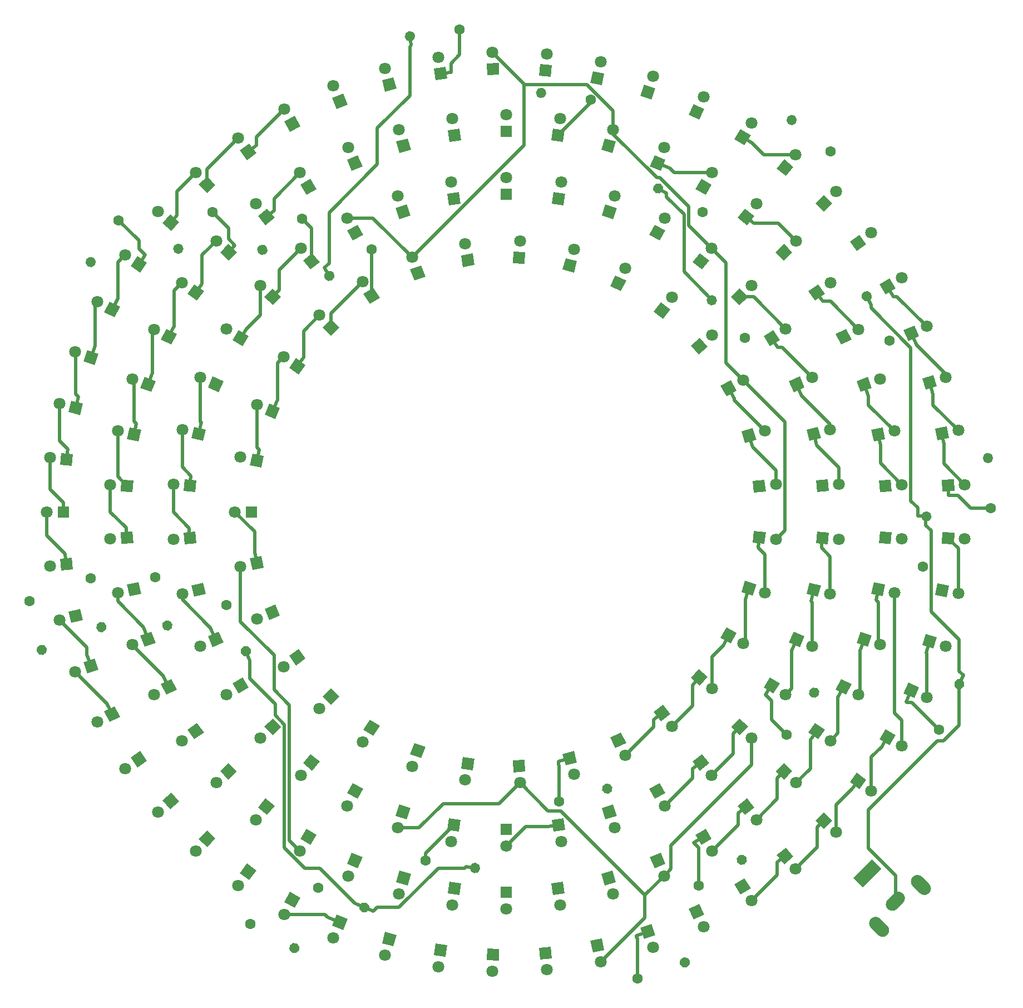
<source format=gbr>
%TF.GenerationSoftware,KiCad,Pcbnew,5.1.9-73d0e3b20d~88~ubuntu20.10.1*%
%TF.CreationDate,2021-06-02T15:00:00-07:00*%
%TF.ProjectId,72mm_id_4_row_168_led,37326d6d-5f69-4645-9f34-5f726f775f31,rev?*%
%TF.SameCoordinates,Original*%
%TF.FileFunction,Copper,L2,Bot*%
%TF.FilePolarity,Positive*%
%FSLAX46Y46*%
G04 Gerber Fmt 4.6, Leading zero omitted, Abs format (unit mm)*
G04 Created by KiCad (PCBNEW 5.1.9-73d0e3b20d~88~ubuntu20.10.1) date 2021-06-02 15:00:00*
%MOMM*%
%LPD*%
G01*
G04 APERTURE LIST*
%TA.AperFunction,ComponentPad*%
%ADD10C,1.800000*%
%TD*%
%TA.AperFunction,ComponentPad*%
%ADD11C,0.100000*%
%TD*%
%TA.AperFunction,ComponentPad*%
%ADD12R,1.800000X1.800000*%
%TD*%
%TA.AperFunction,ComponentPad*%
%ADD13C,1.600000*%
%TD*%
%TA.AperFunction,Conductor*%
%ADD14C,0.500000*%
%TD*%
G04 APERTURE END LIST*
D10*
%TO.P,D1,2*%
%TO.N,+12V*%
X141058043Y-104179751D03*
%TA.AperFunction,ComponentPad*%
D11*
%TO.P,D1,1*%
%TO.N,Net-(D1-Pad1)*%
G36*
X137542812Y-104715243D02*
G01*
X137730963Y-102925104D01*
X139521102Y-103113255D01*
X139332951Y-104903394D01*
X137542812Y-104715243D01*
G37*
%TD.AperFunction*%
%TD*%
D10*
%TO.P,D2,2*%
%TO.N,Net-(D1-Pad1)*%
X139380507Y-112346312D03*
%TA.AperFunction,ComponentPad*%
D11*
%TO.P,D2,1*%
%TO.N,Net-(D2-Pad1)*%
G36*
X135827684Y-112201228D02*
G01*
X136353953Y-110479879D01*
X138075302Y-111006148D01*
X137549033Y-112727497D01*
X135827684Y-112201228D01*
G37*
%TD.AperFunction*%
%TD*%
D10*
%TO.P,D3,2*%
%TO.N,Net-(D2-Pad1)*%
X136084767Y-120027708D03*
%TA.AperFunction,ComponentPad*%
D11*
%TO.P,D3,1*%
%TO.N,Net-(D3-Pad1)*%
G36*
X132639747Y-119147121D02*
G01*
X133512404Y-117572806D01*
X135086719Y-118445463D01*
X134214062Y-120019778D01*
X132639747Y-119147121D01*
G37*
%TD.AperFunction*%
%TD*%
D10*
%TO.P,D4,2*%
%TO.N,Net-(D3-Pad1)*%
X131308481Y-126888195D03*
%TA.AperFunction,ComponentPad*%
D11*
%TO.P,D4,1*%
%TO.N,Net-(D4-Pad1)*%
G36*
X128121827Y-125310590D02*
G01*
X129302734Y-123952113D01*
X130661211Y-125133020D01*
X129480304Y-126491497D01*
X128121827Y-125310590D01*
G37*
%TD.AperFunction*%
%TD*%
D10*
%TO.P,D5,2*%
%TO.N,Net-(D4-Pad1)*%
X125265890Y-132631774D03*
%TA.AperFunction,ComponentPad*%
D11*
%TO.P,D5,1*%
%TO.N,Net-(D5-Pad1)*%
G36*
X122438805Y-130475112D02*
G01*
X123857224Y-129366921D01*
X124965415Y-130785340D01*
X123546996Y-131893531D01*
X122438805Y-130475112D01*
G37*
%TD.AperFunction*%
%TD*%
D10*
%TO.P,D6,2*%
%TO.N,Net-(D5-Pad1)*%
X118172731Y-137053468D03*
%TA.AperFunction,ComponentPad*%
D11*
%TO.P,D6,1*%
%TO.N,Net-(D6-Pad1)*%
G36*
X115855820Y-134356151D02*
G01*
X117473650Y-133567083D01*
X118262718Y-135184913D01*
X116644888Y-135973981D01*
X115855820Y-134356151D01*
G37*
%TD.AperFunction*%
%TD*%
D10*
%TO.P,D7,2*%
%TO.N,Net-(D6-Pad1)*%
X110354700Y-139949726D03*
%TA.AperFunction,ComponentPad*%
D11*
%TO.P,D7,1*%
%TO.N,Net-(D7-Pad1)*%
G36*
X108595030Y-136859878D02*
G01*
X110333696Y-136394004D01*
X110799570Y-138132670D01*
X109060904Y-138598544D01*
X108595030Y-136859878D01*
G37*
%TD.AperFunction*%
%TD*%
D10*
%TO.P,D8,2*%
%TO.N,+12V*%
X102092467Y-141217260D03*
%TA.AperFunction,ComponentPad*%
D11*
%TO.P,D8,1*%
%TO.N,Net-(D8-Pad1)*%
G36*
X101013664Y-137829076D02*
G01*
X102811197Y-137734871D01*
X102905402Y-139532404D01*
X101107869Y-139626609D01*
X101013664Y-137829076D01*
G37*
%TD.AperFunction*%
%TD*%
D10*
%TO.P,D9,2*%
%TO.N,Net-(D8-Pad1)*%
X93744228Y-140793364D03*
%TA.AperFunction,ComponentPad*%
D11*
%TO.P,D9,1*%
%TO.N,Net-(D10-Pad2)*%
G36*
X93393444Y-137254925D02*
G01*
X95171283Y-137536508D01*
X94889700Y-139314347D01*
X93111861Y-139032764D01*
X93393444Y-137254925D01*
G37*
%TD.AperFunction*%
%TD*%
D10*
%TO.P,D10,2*%
%TO.N,Net-(D10-Pad2)*%
X85673434Y-138703410D03*
%TA.AperFunction,ComponentPad*%
D11*
%TO.P,D10,1*%
%TO.N,Net-(D10-Pad1)*%
G36*
X86004261Y-135163049D02*
G01*
X87695707Y-135778685D01*
X87080071Y-137470131D01*
X85388625Y-136854495D01*
X86004261Y-135163049D01*
G37*
%TD.AperFunction*%
%TD*%
D10*
%TO.P,D11,2*%
%TO.N,Net-(D10-Pad1)*%
X78168403Y-135023021D03*
%TA.AperFunction,ComponentPad*%
D11*
%TO.P,D11,1*%
%TO.N,Net-(D11-Pad1)*%
G36*
X79228081Y-131628808D02*
G01*
X80754568Y-132582663D01*
X79800713Y-134109150D01*
X78274226Y-133155295D01*
X79228081Y-131628808D01*
G37*
%TD.AperFunction*%
%TD*%
D10*
%TO.P,D12,2*%
%TO.N,Net-(D11-Pad1)*%
X71559084Y-129905562D03*
%TA.AperFunction,ComponentPad*%
D11*
%TO.P,D12,1*%
%TO.N,Net-(D12-Pad1)*%
G36*
X73301303Y-126805840D02*
G01*
X74596114Y-128056225D01*
X73345729Y-129351036D01*
X72050918Y-128100651D01*
X73301303Y-126805840D01*
G37*
%TD.AperFunction*%
%TD*%
D10*
%TO.P,D13,2*%
%TO.N,Net-(D12-Pad1)*%
X66129177Y-123579442D03*
%TA.AperFunction,ComponentPad*%
D11*
%TO.P,D13,1*%
%TO.N,Net-(D13-Pad1)*%
G36*
X68430841Y-120869102D02*
G01*
X69463279Y-122343576D01*
X67988805Y-123376014D01*
X66956367Y-121901540D01*
X68430841Y-120869102D01*
G37*
%TD.AperFunction*%
%TD*%
D10*
%TO.P,D14,2*%
%TO.N,Net-(D13-Pad1)*%
X62072659Y-116270229D03*
%TA.AperFunction,ComponentPad*%
D11*
%TO.P,D14,1*%
%TO.N,Net-(D14-Pad1)*%
G36*
X64887537Y-114097659D02*
G01*
X65590853Y-115754567D01*
X63933945Y-116457883D01*
X63230629Y-114800975D01*
X64887537Y-114097659D01*
G37*
%TD.AperFunction*%
%TD*%
D10*
%TO.P,D15,2*%
%TO.N,+12V*%
X59576553Y-108316048D03*
%TA.AperFunction,ComponentPad*%
D11*
%TO.P,D15,1*%
%TO.N,Net-(D15-Pad1)*%
G36*
X62754259Y-106720499D02*
G01*
X63128500Y-108481164D01*
X61367835Y-108855405D01*
X60993594Y-107094740D01*
X62754259Y-106720499D01*
G37*
%TD.AperFunction*%
%TD*%
D10*
%TO.P,D16,2*%
%TO.N,Net-(D15-Pad1)*%
X58730000Y-100000000D03*
D12*
%TO.P,D16,1*%
%TO.N,Net-(D16-Pad1)*%
X61270000Y-100000000D03*
%TD*%
D10*
%TO.P,D17,2*%
%TO.N,Net-(D16-Pad1)*%
X59576553Y-91684052D03*
%TA.AperFunction,ComponentPad*%
D11*
%TO.P,D17,1*%
%TO.N,Net-(D17-Pad1)*%
G36*
X63128500Y-91518936D02*
G01*
X62754259Y-93279601D01*
X60993594Y-92905360D01*
X61367835Y-91144695D01*
X63128500Y-91518936D01*
G37*
%TD.AperFunction*%
%TD*%
D10*
%TO.P,D18,2*%
%TO.N,Net-(D17-Pad1)*%
X62072659Y-83729571D03*
%TA.AperFunction,ComponentPad*%
D11*
%TO.P,D18,1*%
%TO.N,Net-(D18-Pad1)*%
G36*
X65590853Y-84245233D02*
G01*
X64887537Y-85902141D01*
X63230629Y-85198825D01*
X63933945Y-83541917D01*
X65590853Y-84245233D01*
G37*
%TD.AperFunction*%
%TD*%
D10*
%TO.P,D19,2*%
%TO.N,Net-(D18-Pad1)*%
X66129177Y-76420858D03*
%TA.AperFunction,ComponentPad*%
D11*
%TO.P,D19,1*%
%TO.N,Net-(D19-Pad1)*%
G36*
X69463279Y-77656724D02*
G01*
X68430841Y-79131198D01*
X66956367Y-78098760D01*
X67988805Y-76624286D01*
X69463279Y-77656724D01*
G37*
%TD.AperFunction*%
%TD*%
D10*
%TO.P,D20,2*%
%TO.N,Net-(D19-Pad1)*%
X71559084Y-70094738D03*
%TA.AperFunction,ComponentPad*%
D11*
%TO.P,D20,1*%
%TO.N,Net-(D20-Pad1)*%
G36*
X74596114Y-71944075D02*
G01*
X73301303Y-73194460D01*
X72050918Y-71899649D01*
X73345729Y-70649264D01*
X74596114Y-71944075D01*
G37*
%TD.AperFunction*%
%TD*%
D10*
%TO.P,D21,2*%
%TO.N,Net-(D20-Pad1)*%
X78168403Y-64977179D03*
%TA.AperFunction,ComponentPad*%
D11*
%TO.P,D21,1*%
%TO.N,Net-(D21-Pad1)*%
G36*
X80754568Y-67417537D02*
G01*
X79228081Y-68371392D01*
X78274226Y-66844905D01*
X79800713Y-65891050D01*
X80754568Y-67417537D01*
G37*
%TD.AperFunction*%
%TD*%
D10*
%TO.P,D22,2*%
%TO.N,+12V*%
X85673434Y-61296490D03*
%TA.AperFunction,ComponentPad*%
D11*
%TO.P,D22,1*%
%TO.N,Net-(D22-Pad1)*%
G36*
X87695707Y-64221215D02*
G01*
X86004261Y-64836851D01*
X85388625Y-63145405D01*
X87080071Y-62529769D01*
X87695707Y-64221215D01*
G37*
%TD.AperFunction*%
%TD*%
D10*
%TO.P,D23,2*%
%TO.N,Net-(D22-Pad1)*%
X93744228Y-59206936D03*
%TA.AperFunction,ComponentPad*%
D11*
%TO.P,D23,1*%
%TO.N,Net-(D23-Pad1)*%
G36*
X95171283Y-62463792D02*
G01*
X93393444Y-62745375D01*
X93111861Y-60967536D01*
X94889700Y-60685953D01*
X95171283Y-62463792D01*
G37*
%TD.AperFunction*%
%TD*%
D10*
%TO.P,D24,2*%
%TO.N,Net-(D23-Pad1)*%
X102092467Y-58783040D03*
%TA.AperFunction,ComponentPad*%
D11*
%TO.P,D24,1*%
%TO.N,Net-(D24-Pad1)*%
G36*
X102811197Y-62265429D02*
G01*
X101013664Y-62171224D01*
X101107869Y-60373691D01*
X102905402Y-60467896D01*
X102811197Y-62265429D01*
G37*
%TD.AperFunction*%
%TD*%
D10*
%TO.P,D25,2*%
%TO.N,Net-(D24-Pad1)*%
X110354700Y-60050174D03*
%TA.AperFunction,ComponentPad*%
D11*
%TO.P,D25,1*%
%TO.N,Net-(D25-Pad1)*%
G36*
X110333696Y-63605896D02*
G01*
X108595030Y-63140022D01*
X109060904Y-61401356D01*
X110799570Y-61867230D01*
X110333696Y-63605896D01*
G37*
%TD.AperFunction*%
%TD*%
D10*
%TO.P,D26,2*%
%TO.N,Net-(D25-Pad1)*%
X118172731Y-62946332D03*
%TA.AperFunction,ComponentPad*%
D11*
%TO.P,D26,1*%
%TO.N,Net-(D26-Pad1)*%
G36*
X117473650Y-66432717D02*
G01*
X115855820Y-65643649D01*
X116644888Y-64025819D01*
X118262718Y-64814887D01*
X117473650Y-66432717D01*
G37*
%TD.AperFunction*%
%TD*%
D10*
%TO.P,D27,2*%
%TO.N,Net-(D26-Pad1)*%
X125265890Y-67368226D03*
%TA.AperFunction,ComponentPad*%
D11*
%TO.P,D27,1*%
%TO.N,Net-(D27-Pad1)*%
G36*
X123857224Y-70633079D02*
G01*
X122438805Y-69524888D01*
X123546996Y-68106469D01*
X124965415Y-69214660D01*
X123857224Y-70633079D01*
G37*
%TD.AperFunction*%
%TD*%
D10*
%TO.P,D28,2*%
%TO.N,Net-(D27-Pad1)*%
X131308481Y-73111905D03*
%TA.AperFunction,ComponentPad*%
D11*
%TO.P,D28,1*%
%TO.N,Net-(D28-Pad1)*%
G36*
X129302734Y-76047987D02*
G01*
X128121827Y-74689510D01*
X129480304Y-73508603D01*
X130661211Y-74867080D01*
X129302734Y-76047987D01*
G37*
%TD.AperFunction*%
%TD*%
D10*
%TO.P,D29,2*%
%TO.N,+12V*%
X136084767Y-79972192D03*
%TA.AperFunction,ComponentPad*%
D11*
%TO.P,D29,1*%
%TO.N,Net-(D29-Pad1)*%
G36*
X133512404Y-82427094D02*
G01*
X132639747Y-80852779D01*
X134214062Y-79980122D01*
X135086719Y-81554437D01*
X133512404Y-82427094D01*
G37*
%TD.AperFunction*%
%TD*%
D10*
%TO.P,D30,2*%
%TO.N,Net-(D29-Pad1)*%
X139380507Y-87654188D03*
%TA.AperFunction,ComponentPad*%
D11*
%TO.P,D30,1*%
%TO.N,Net-(D30-Pad1)*%
G36*
X136353953Y-89520621D02*
G01*
X135827684Y-87799272D01*
X137549033Y-87273003D01*
X138075302Y-88994352D01*
X136353953Y-89520621D01*
G37*
%TD.AperFunction*%
%TD*%
D10*
%TO.P,D31,2*%
%TO.N,Net-(D30-Pad1)*%
X141058043Y-95820549D03*
%TA.AperFunction,ComponentPad*%
D11*
%TO.P,D31,1*%
%TO.N,Net-(D31-Pad1)*%
G36*
X137730963Y-97075196D02*
G01*
X137542812Y-95285057D01*
X139332951Y-95096906D01*
X139521102Y-96887045D01*
X137730963Y-97075196D01*
G37*
%TD.AperFunction*%
%TD*%
D10*
%TO.P,D32,2*%
%TO.N,Net-(D31-Pad1)*%
X150651167Y-104202688D03*
%TA.AperFunction,ComponentPad*%
D11*
%TO.P,D32,1*%
%TO.N,Net-(D32-Pad1)*%
G36*
X147145818Y-104799447D02*
G01*
X147302698Y-103006297D01*
X149095848Y-103163177D01*
X148938968Y-104956327D01*
X147145818Y-104799447D01*
G37*
%TD.AperFunction*%
%TD*%
D10*
%TO.P,D33,2*%
%TO.N,Net-(D32-Pad1)*%
X149271276Y-112472241D03*
%TA.AperFunction,ComponentPad*%
D11*
%TO.P,D33,1*%
%TO.N,Net-(D33-Pad1)*%
G36*
X145715728Y-112513295D02*
G01*
X146151188Y-110766763D01*
X147897720Y-111202223D01*
X147462260Y-112948755D01*
X145715728Y-112513295D01*
G37*
%TD.AperFunction*%
%TD*%
D10*
%TO.P,D34,2*%
%TO.N,Net-(D33-Pad1)*%
X146542203Y-120422556D03*
%TA.AperFunction,ComponentPad*%
D11*
%TO.P,D34,1*%
%TO.N,Net-(D34-Pad1)*%
G36*
X143033543Y-119845572D02*
G01*
X143765669Y-118201190D01*
X145410051Y-118933316D01*
X144677925Y-120577698D01*
X143033543Y-119845572D01*
G37*
%TD.AperFunction*%
%TD*%
D10*
%TO.P,D35,2*%
%TO.N,Net-(D34-Pad1)*%
X142551112Y-127795692D03*
%TA.AperFunction,ComponentPad*%
D11*
%TO.P,D35,1*%
%TO.N,Net-(D35-Pad1)*%
G36*
X139175909Y-126676936D02*
G01*
X140156260Y-125167329D01*
X141665867Y-126147680D01*
X140685516Y-127657287D01*
X139175909Y-126676936D01*
G37*
%TD.AperFunction*%
%TD*%
D10*
%TO.P,D36,2*%
%TO.N,+12V*%
X137387819Y-134429138D03*
%TA.AperFunction,ComponentPad*%
D11*
%TO.P,D36,1*%
%TO.N,Net-(D36-Pad1)*%
G36*
X134258164Y-132741282D02*
G01*
X135485761Y-131424845D01*
X136802198Y-132652442D01*
X135574601Y-133968879D01*
X134258164Y-132741282D01*
G37*
%TD.AperFunction*%
%TD*%
D10*
%TO.P,D37,2*%
%TO.N,Net-(D36-Pad1)*%
X131219890Y-140106774D03*
%TA.AperFunction,ComponentPad*%
D11*
%TO.P,D37,1*%
%TO.N,Net-(D37-Pad1)*%
G36*
X128392805Y-137950112D02*
G01*
X129811224Y-136841921D01*
X130919415Y-138260340D01*
X129500996Y-139368531D01*
X128392805Y-137950112D01*
G37*
%TD.AperFunction*%
%TD*%
D10*
%TO.P,D38,2*%
%TO.N,Net-(D37-Pad1)*%
X124182229Y-144704343D03*
%TA.AperFunction,ComponentPad*%
D11*
%TO.P,D38,1*%
%TO.N,Net-(D38-Pad1)*%
G36*
X121772594Y-142089529D02*
G01*
X123361899Y-141244480D01*
X124206948Y-142833785D01*
X122617643Y-143678834D01*
X121772594Y-142089529D01*
G37*
%TD.AperFunction*%
%TD*%
D10*
%TO.P,D39,2*%
%TO.N,Net-(D38-Pad1)*%
X116504472Y-148070809D03*
%TA.AperFunction,ComponentPad*%
D11*
%TO.P,D39,1*%
%TO.N,Net-(D39-Pad1)*%
G36*
X114533550Y-145111236D02*
G01*
X116235483Y-144525213D01*
X116821506Y-146227146D01*
X115119573Y-146813169D01*
X114533550Y-145111236D01*
G37*
%TD.AperFunction*%
%TD*%
D10*
%TO.P,D40,2*%
%TO.N,Net-(D39-Pad1)*%
X108355672Y-150134364D03*
%TA.AperFunction,ComponentPad*%
D11*
%TO.P,D40,1*%
%TO.N,Net-(D40-Pad1)*%
G36*
X106928617Y-146877508D02*
G01*
X108706456Y-146595925D01*
X108988039Y-148373764D01*
X107210200Y-148655347D01*
X106928617Y-146877508D01*
G37*
%TD.AperFunction*%
%TD*%
D10*
%TO.P,D41,2*%
%TO.N,Net-(D40-Pad1)*%
X100000000Y-150826000D03*
D12*
%TO.P,D41,1*%
%TO.N,Net-(D41-Pad1)*%
X100000000Y-148286000D03*
%TD*%
D10*
%TO.P,D42,2*%
%TO.N,Net-(D41-Pad1)*%
X91644728Y-150134364D03*
%TA.AperFunction,ComponentPad*%
D11*
%TO.P,D42,1*%
%TO.N,Net-(D42-Pad1)*%
G36*
X91293944Y-146595925D02*
G01*
X93071783Y-146877508D01*
X92790200Y-148655347D01*
X91012361Y-148373764D01*
X91293944Y-146595925D01*
G37*
%TD.AperFunction*%
%TD*%
D10*
%TO.P,D43,2*%
%TO.N,+12V*%
X83495828Y-148070809D03*
%TA.AperFunction,ComponentPad*%
D11*
%TO.P,D43,1*%
%TO.N,Net-(D43-Pad1)*%
G36*
X83764817Y-144525213D02*
G01*
X85466750Y-145111236D01*
X84880727Y-146813169D01*
X83178794Y-146227146D01*
X83764817Y-144525213D01*
G37*
%TD.AperFunction*%
%TD*%
D10*
%TO.P,D44,2*%
%TO.N,Net-(D43-Pad1)*%
X75817971Y-144704343D03*
%TA.AperFunction,ComponentPad*%
D11*
%TO.P,D44,1*%
%TO.N,Net-(D44-Pad1)*%
G36*
X76638301Y-141244480D02*
G01*
X78227606Y-142089529D01*
X77382557Y-143678834D01*
X75793252Y-142833785D01*
X76638301Y-141244480D01*
G37*
%TD.AperFunction*%
%TD*%
D10*
%TO.P,D45,2*%
%TO.N,Net-(D44-Pad1)*%
X68780410Y-140106774D03*
%TA.AperFunction,ComponentPad*%
D11*
%TO.P,D45,1*%
%TO.N,Net-(D45-Pad1)*%
G36*
X70189076Y-136841921D02*
G01*
X71607495Y-137950112D01*
X70499304Y-139368531D01*
X69080885Y-138260340D01*
X70189076Y-136841921D01*
G37*
%TD.AperFunction*%
%TD*%
D10*
%TO.P,D46,2*%
%TO.N,Net-(D45-Pad1)*%
X62611981Y-134429138D03*
%TA.AperFunction,ComponentPad*%
D11*
%TO.P,D46,1*%
%TO.N,Net-(D46-Pad1)*%
G36*
X64514039Y-131424845D02*
G01*
X65741636Y-132741282D01*
X64425199Y-133968879D01*
X63197602Y-132652442D01*
X64514039Y-131424845D01*
G37*
%TD.AperFunction*%
%TD*%
D10*
%TO.P,D47,2*%
%TO.N,Net-(D46-Pad1)*%
X57448688Y-127795692D03*
%TA.AperFunction,ComponentPad*%
D11*
%TO.P,D47,1*%
%TO.N,Net-(D47-Pad1)*%
G36*
X59843540Y-125167329D02*
G01*
X60823891Y-126676936D01*
X59314284Y-127657287D01*
X58333933Y-126147680D01*
X59843540Y-125167329D01*
G37*
%TD.AperFunction*%
%TD*%
D10*
%TO.P,D48,2*%
%TO.N,Net-(D47-Pad1)*%
X53458097Y-120422556D03*
%TA.AperFunction,ComponentPad*%
D11*
%TO.P,D48,1*%
%TO.N,Net-(D48-Pad1)*%
G36*
X56234631Y-118201190D02*
G01*
X56966757Y-119845572D01*
X55322375Y-120577698D01*
X54590249Y-118933316D01*
X56234631Y-118201190D01*
G37*
%TD.AperFunction*%
%TD*%
D10*
%TO.P,D49,2*%
%TO.N,Net-(D48-Pad1)*%
X50728524Y-112472241D03*
%TA.AperFunction,ComponentPad*%
D11*
%TO.P,D49,1*%
%TO.N,Net-(D49-Pad1)*%
G36*
X53848612Y-110766763D02*
G01*
X54284072Y-112513295D01*
X52537540Y-112948755D01*
X52102080Y-111202223D01*
X53848612Y-110766763D01*
G37*
%TD.AperFunction*%
%TD*%
D10*
%TO.P,D50,2*%
%TO.N,+12V*%
X49348533Y-104202688D03*
%TA.AperFunction,ComponentPad*%
D11*
%TO.P,D50,1*%
%TO.N,Net-(D50-Pad1)*%
G36*
X52697002Y-103006297D02*
G01*
X52853882Y-104799447D01*
X51060732Y-104956327D01*
X50903852Y-103163177D01*
X52697002Y-103006297D01*
G37*
%TD.AperFunction*%
%TD*%
D10*
%TO.P,D51,2*%
%TO.N,Net-(D50-Pad1)*%
X49348533Y-95797012D03*
%TA.AperFunction,ComponentPad*%
D11*
%TO.P,D51,1*%
%TO.N,Net-(D51-Pad1)*%
G36*
X52853882Y-95200253D02*
G01*
X52697002Y-96993403D01*
X50903852Y-96836523D01*
X51060732Y-95043373D01*
X52853882Y-95200253D01*
G37*
%TD.AperFunction*%
%TD*%
D10*
%TO.P,D52,2*%
%TO.N,Net-(D51-Pad1)*%
X50728524Y-87527559D03*
%TA.AperFunction,ComponentPad*%
D11*
%TO.P,D52,1*%
%TO.N,Net-(D52-Pad1)*%
G36*
X54284072Y-87486505D02*
G01*
X53848612Y-89233037D01*
X52102080Y-88797577D01*
X52537540Y-87051045D01*
X54284072Y-87486505D01*
G37*
%TD.AperFunction*%
%TD*%
D10*
%TO.P,D53,2*%
%TO.N,Net-(D52-Pad1)*%
X53458097Y-79577244D03*
%TA.AperFunction,ComponentPad*%
D11*
%TO.P,D53,1*%
%TO.N,Net-(D53-Pad1)*%
G36*
X56966757Y-80154228D02*
G01*
X56234631Y-81798610D01*
X54590249Y-81066484D01*
X55322375Y-79422102D01*
X56966757Y-80154228D01*
G37*
%TD.AperFunction*%
%TD*%
D10*
%TO.P,D54,2*%
%TO.N,Net-(D53-Pad1)*%
X57448688Y-72204008D03*
%TA.AperFunction,ComponentPad*%
D11*
%TO.P,D54,1*%
%TO.N,Net-(D54-Pad1)*%
G36*
X60823891Y-73322764D02*
G01*
X59843540Y-74832371D01*
X58333933Y-73852020D01*
X59314284Y-72342413D01*
X60823891Y-73322764D01*
G37*
%TD.AperFunction*%
%TD*%
D10*
%TO.P,D55,2*%
%TO.N,Net-(D54-Pad1)*%
X62611981Y-65570762D03*
%TA.AperFunction,ComponentPad*%
D11*
%TO.P,D55,1*%
%TO.N,Net-(D55-Pad1)*%
G36*
X65741636Y-67258618D02*
G01*
X64514039Y-68575055D01*
X63197602Y-67347458D01*
X64425199Y-66031021D01*
X65741636Y-67258618D01*
G37*
%TD.AperFunction*%
%TD*%
D10*
%TO.P,D56,2*%
%TO.N,Net-(D55-Pad1)*%
X68780410Y-59892926D03*
%TA.AperFunction,ComponentPad*%
D11*
%TO.P,D56,1*%
%TO.N,Net-(D56-Pad1)*%
G36*
X71607495Y-62049588D02*
G01*
X70189076Y-63157779D01*
X69080885Y-61739360D01*
X70499304Y-60631169D01*
X71607495Y-62049588D01*
G37*
%TD.AperFunction*%
%TD*%
D10*
%TO.P,D57,2*%
%TO.N,+12V*%
X75817971Y-55295857D03*
%TA.AperFunction,ComponentPad*%
D11*
%TO.P,D57,1*%
%TO.N,Net-(D57-Pad1)*%
G36*
X78227606Y-57910671D02*
G01*
X76638301Y-58755720D01*
X75793252Y-57166415D01*
X77382557Y-56321366D01*
X78227606Y-57910671D01*
G37*
%TD.AperFunction*%
%TD*%
D10*
%TO.P,D58,2*%
%TO.N,Net-(D57-Pad1)*%
X83495828Y-51928691D03*
%TA.AperFunction,ComponentPad*%
D11*
%TO.P,D58,1*%
%TO.N,Net-(D58-Pad1)*%
G36*
X85466750Y-54888264D02*
G01*
X83764817Y-55474287D01*
X83178794Y-53772354D01*
X84880727Y-53186331D01*
X85466750Y-54888264D01*
G37*
%TD.AperFunction*%
%TD*%
D10*
%TO.P,D59,2*%
%TO.N,Net-(D58-Pad1)*%
X91644728Y-49865936D03*
%TA.AperFunction,ComponentPad*%
D11*
%TO.P,D59,1*%
%TO.N,Net-(D59-Pad1)*%
G36*
X93071783Y-53122792D02*
G01*
X91293944Y-53404375D01*
X91012361Y-51626536D01*
X92790200Y-51344953D01*
X93071783Y-53122792D01*
G37*
%TD.AperFunction*%
%TD*%
D10*
%TO.P,D60,2*%
%TO.N,Net-(D59-Pad1)*%
X100000000Y-49174400D03*
D12*
%TO.P,D60,1*%
%TO.N,Net-(D60-Pad1)*%
X100000000Y-51714400D03*
%TD*%
D10*
%TO.P,D61,2*%
%TO.N,Net-(D60-Pad1)*%
X108355672Y-49865936D03*
%TA.AperFunction,ComponentPad*%
D11*
%TO.P,D61,1*%
%TO.N,Net-(D61-Pad1)*%
G36*
X108706456Y-53404375D02*
G01*
X106928617Y-53122792D01*
X107210200Y-51344953D01*
X108988039Y-51626536D01*
X108706456Y-53404375D01*
G37*
%TD.AperFunction*%
%TD*%
D10*
%TO.P,D62,2*%
%TO.N,Net-(D61-Pad1)*%
X116504472Y-51928691D03*
%TA.AperFunction,ComponentPad*%
D11*
%TO.P,D62,1*%
%TO.N,Net-(D62-Pad1)*%
G36*
X116235483Y-55474287D02*
G01*
X114533550Y-54888264D01*
X115119573Y-53186331D01*
X116821506Y-53772354D01*
X116235483Y-55474287D01*
G37*
%TD.AperFunction*%
%TD*%
D10*
%TO.P,D63,2*%
%TO.N,Net-(D62-Pad1)*%
X124182229Y-55295857D03*
%TA.AperFunction,ComponentPad*%
D11*
%TO.P,D63,1*%
%TO.N,Net-(D63-Pad1)*%
G36*
X123361899Y-58755720D02*
G01*
X121772594Y-57910671D01*
X122617643Y-56321366D01*
X124206948Y-57166415D01*
X123361899Y-58755720D01*
G37*
%TD.AperFunction*%
%TD*%
D10*
%TO.P,D64,2*%
%TO.N,+12V*%
X131219890Y-59892926D03*
%TA.AperFunction,ComponentPad*%
D11*
%TO.P,D64,1*%
%TO.N,Net-(D64-Pad1)*%
G36*
X129811224Y-63157779D02*
G01*
X128392805Y-62049588D01*
X129500996Y-60631169D01*
X130919415Y-61739360D01*
X129811224Y-63157779D01*
G37*
%TD.AperFunction*%
%TD*%
D10*
%TO.P,D65,2*%
%TO.N,Net-(D64-Pad1)*%
X137387819Y-65570762D03*
%TA.AperFunction,ComponentPad*%
D11*
%TO.P,D65,1*%
%TO.N,Net-(D65-Pad1)*%
G36*
X135485761Y-68575055D02*
G01*
X134258164Y-67258618D01*
X135574601Y-66031021D01*
X136802198Y-67347458D01*
X135485761Y-68575055D01*
G37*
%TD.AperFunction*%
%TD*%
D10*
%TO.P,D66,2*%
%TO.N,Net-(D65-Pad1)*%
X142551112Y-72204008D03*
%TA.AperFunction,ComponentPad*%
D11*
%TO.P,D66,1*%
%TO.N,Net-(D66-Pad1)*%
G36*
X140156260Y-74832371D02*
G01*
X139175909Y-73322764D01*
X140685516Y-72342413D01*
X141665867Y-73852020D01*
X140156260Y-74832371D01*
G37*
%TD.AperFunction*%
%TD*%
D10*
%TO.P,D67,2*%
%TO.N,Net-(D66-Pad1)*%
X146542203Y-79577244D03*
%TA.AperFunction,ComponentPad*%
D11*
%TO.P,D67,1*%
%TO.N,Net-(D67-Pad1)*%
G36*
X143765669Y-81798610D02*
G01*
X143033543Y-80154228D01*
X144677925Y-79422102D01*
X145410051Y-81066484D01*
X143765669Y-81798610D01*
G37*
%TD.AperFunction*%
%TD*%
D10*
%TO.P,D68,2*%
%TO.N,Net-(D67-Pad1)*%
X149271276Y-87527559D03*
%TA.AperFunction,ComponentPad*%
D11*
%TO.P,D68,1*%
%TO.N,Net-(D68-Pad1)*%
G36*
X146151188Y-89233037D02*
G01*
X145715728Y-87486505D01*
X147462260Y-87051045D01*
X147897720Y-88797577D01*
X146151188Y-89233037D01*
G37*
%TD.AperFunction*%
%TD*%
D10*
%TO.P,D69,2*%
%TO.N,Net-(D68-Pad1)*%
X150651167Y-95797012D03*
%TA.AperFunction,ComponentPad*%
D11*
%TO.P,D69,1*%
%TO.N,Net-(D69-Pad1)*%
G36*
X147302698Y-96993403D02*
G01*
X147145818Y-95200253D01*
X148938968Y-95043373D01*
X149095848Y-96836523D01*
X147302698Y-96993403D01*
G37*
%TD.AperFunction*%
%TD*%
D10*
%TO.P,D70,2*%
%TO.N,Net-(D69-Pad1)*%
X160239906Y-104122591D03*
%TA.AperFunction,ComponentPad*%
D11*
%TO.P,D70,1*%
%TO.N,Net-(D70-Pad1)*%
G36*
X156745506Y-104780436D02*
G01*
X156871067Y-102984821D01*
X158666682Y-103110382D01*
X158541121Y-104905997D01*
X156745506Y-104780436D01*
G37*
%TD.AperFunction*%
%TD*%
D10*
%TO.P,D71,2*%
%TO.N,+12V*%
X159117247Y-112291048D03*
%TA.AperFunction,ComponentPad*%
D11*
%TO.P,D71,1*%
%TO.N,Net-(D71-Pad1)*%
G36*
X155565300Y-112456164D02*
G01*
X155939541Y-110695499D01*
X157700206Y-111069740D01*
X157325965Y-112830405D01*
X155565300Y-112456164D01*
G37*
%TD.AperFunction*%
%TD*%
D10*
%TO.P,D72,2*%
%TO.N,Net-(D71-Pad1)*%
X156891410Y-120229366D03*
%TA.AperFunction,ComponentPad*%
D11*
%TO.P,D72,1*%
%TO.N,Net-(D72-Pad1)*%
G36*
X153351049Y-119898539D02*
G01*
X153966685Y-118207093D01*
X155658131Y-118822729D01*
X155042495Y-120514175D01*
X153351049Y-119898539D01*
G37*
%TD.AperFunction*%
%TD*%
D10*
%TO.P,D73,2*%
%TO.N,Net-(D72-Pad1)*%
X153615578Y-127771568D03*
%TA.AperFunction,ComponentPad*%
D11*
%TO.P,D73,1*%
%TO.N,Net-(D73-Pad1)*%
G36*
X150141925Y-127011746D02*
G01*
X150959108Y-125407935D01*
X152562919Y-126225118D01*
X151745736Y-127828929D01*
X150141925Y-127011746D01*
G37*
%TD.AperFunction*%
%TD*%
D10*
%TO.P,D74,2*%
%TO.N,Net-(D73-Pad1)*%
X149332323Y-134816442D03*
%TA.AperFunction,ComponentPad*%
D11*
%TO.P,D74,1*%
%TO.N,Net-(D74-Pad1)*%
G36*
X145998221Y-133580576D02*
G01*
X147030659Y-132106102D01*
X148505133Y-133138540D01*
X147472695Y-134613014D01*
X145998221Y-133580576D01*
G37*
%TD.AperFunction*%
%TD*%
D10*
%TO.P,D75,2*%
%TO.N,Net-(D74-Pad1)*%
X144129819Y-141212138D03*
%TA.AperFunction,ComponentPad*%
D11*
%TO.P,D75,1*%
%TO.N,Net-(D75-Pad1)*%
G36*
X141000164Y-139524282D02*
G01*
X142227761Y-138207845D01*
X143544198Y-139435442D01*
X142316601Y-140751879D01*
X141000164Y-139524282D01*
G37*
%TD.AperFunction*%
%TD*%
D10*
%TO.P,D76,2*%
%TO.N,Net-(D75-Pad1)*%
X138103237Y-146839975D03*
%TA.AperFunction,ComponentPad*%
D11*
%TO.P,D76,1*%
%TO.N,Net-(D76-Pad1)*%
G36*
X135238943Y-144732982D02*
G01*
X136637806Y-143600205D01*
X137770583Y-144999068D01*
X136371720Y-146131845D01*
X135238943Y-144732982D01*
G37*
%TD.AperFunction*%
%TD*%
D10*
%TO.P,D77,2*%
%TO.N,Net-(D76-Pad1)*%
X131367098Y-151594602D03*
%TA.AperFunction,ComponentPad*%
D11*
%TO.P,D77,1*%
%TO.N,Net-(D77-Pad1)*%
G36*
X128823917Y-149109482D02*
G01*
X130366818Y-148182413D01*
X131293887Y-149725314D01*
X129750986Y-150652383D01*
X128823917Y-149109482D01*
G37*
%TD.AperFunction*%
%TD*%
D10*
%TO.P,D78,2*%
%TO.N,+12V*%
X124046229Y-155386041D03*
%TA.AperFunction,ComponentPad*%
D11*
%TO.P,D78,1*%
%TO.N,Net-(D78-Pad1)*%
G36*
X121873659Y-152571163D02*
G01*
X123530567Y-151867847D01*
X124233883Y-153524755D01*
X122576975Y-154228071D01*
X121873659Y-152571163D01*
G37*
%TD.AperFunction*%
%TD*%
D10*
%TO.P,D79,2*%
%TO.N,Net-(D78-Pad1)*%
X116298059Y-158139802D03*
%TA.AperFunction,ComponentPad*%
D11*
%TO.P,D79,1*%
%TO.N,Net-(D79-Pad1)*%
G36*
X114484732Y-155081136D02*
G01*
X116215003Y-154584989D01*
X116711150Y-156315260D01*
X114980879Y-156811407D01*
X114484732Y-155081136D01*
G37*
%TD.AperFunction*%
%TD*%
D10*
%TO.P,D80,2*%
%TO.N,Net-(D79-Pad1)*%
X108225750Y-159818640D03*
%TA.AperFunction,ComponentPad*%
D11*
%TO.P,D80,1*%
%TO.N,Net-(D80-Pad1)*%
G36*
X106855753Y-156537375D02*
G01*
X108638235Y-156286863D01*
X108888747Y-158069345D01*
X107106265Y-158319857D01*
X106855753Y-156537375D01*
G37*
%TD.AperFunction*%
%TD*%
D10*
%TO.P,D81,2*%
%TO.N,Net-(D80-Pad1)*%
X100000000Y-160381000D03*
D12*
%TO.P,D81,1*%
%TO.N,Net-(D81-Pad1)*%
X100000000Y-157841000D03*
%TD*%
D10*
%TO.P,D82,2*%
%TO.N,Net-(D81-Pad1)*%
X91774250Y-159818640D03*
%TA.AperFunction,ComponentPad*%
D11*
%TO.P,D82,1*%
%TO.N,Net-(D82-Pad1)*%
G36*
X91361765Y-156286863D02*
G01*
X93144247Y-156537375D01*
X92893735Y-158319857D01*
X91111253Y-158069345D01*
X91361765Y-156286863D01*
G37*
%TD.AperFunction*%
%TD*%
D10*
%TO.P,D83,2*%
%TO.N,Net-(D82-Pad1)*%
X83701941Y-158139802D03*
%TA.AperFunction,ComponentPad*%
D11*
%TO.P,D83,1*%
%TO.N,Net-(D83-Pad1)*%
G36*
X83784997Y-154584989D02*
G01*
X85515268Y-155081136D01*
X85019121Y-156811407D01*
X83288850Y-156315260D01*
X83784997Y-154584989D01*
G37*
%TD.AperFunction*%
%TD*%
D10*
%TO.P,D84,2*%
%TO.N,Net-(D83-Pad1)*%
X75953871Y-155386041D03*
%TA.AperFunction,ComponentPad*%
D11*
%TO.P,D84,1*%
%TO.N,Net-(D84-Pad1)*%
G36*
X76469533Y-151867847D02*
G01*
X78126441Y-152571163D01*
X77423125Y-154228071D01*
X75766217Y-153524755D01*
X76469533Y-151867847D01*
G37*
%TD.AperFunction*%
%TD*%
D10*
%TO.P,D85,2*%
%TO.N,+12V*%
X68632702Y-151594602D03*
%TA.AperFunction,ComponentPad*%
D11*
%TO.P,D85,1*%
%TO.N,Net-(D85-Pad1)*%
G36*
X69632982Y-148182413D02*
G01*
X71175883Y-149109482D01*
X70248814Y-150652383D01*
X68705913Y-149725314D01*
X69632982Y-148182413D01*
G37*
%TD.AperFunction*%
%TD*%
D10*
%TO.P,D86,2*%
%TO.N,Net-(D85-Pad1)*%
X61896463Y-146839975D03*
%TA.AperFunction,ComponentPad*%
D11*
%TO.P,D86,1*%
%TO.N,Net-(D86-Pad1)*%
G36*
X63361894Y-143600205D02*
G01*
X64760757Y-144732982D01*
X63627980Y-146131845D01*
X62229117Y-144999068D01*
X63361894Y-143600205D01*
G37*
%TD.AperFunction*%
%TD*%
D10*
%TO.P,D87,2*%
%TO.N,Net-(D86-Pad1)*%
X55870681Y-141212138D03*
%TA.AperFunction,ComponentPad*%
D11*
%TO.P,D87,1*%
%TO.N,Net-(D87-Pad1)*%
G36*
X57772739Y-138207845D02*
G01*
X59000336Y-139524282D01*
X57683899Y-140751879D01*
X56456302Y-139435442D01*
X57772739Y-138207845D01*
G37*
%TD.AperFunction*%
%TD*%
D10*
%TO.P,D88,2*%
%TO.N,Net-(D87-Pad1)*%
X50667677Y-134816442D03*
%TA.AperFunction,ComponentPad*%
D11*
%TO.P,D88,1*%
%TO.N,Net-(D88-Pad1)*%
G36*
X52969341Y-132106102D02*
G01*
X54001779Y-133580576D01*
X52527305Y-134613014D01*
X51494867Y-133138540D01*
X52969341Y-132106102D01*
G37*
%TD.AperFunction*%
%TD*%
D10*
%TO.P,D89,2*%
%TO.N,Net-(D88-Pad1)*%
X46384522Y-127771568D03*
%TA.AperFunction,ComponentPad*%
D11*
%TO.P,D89,1*%
%TO.N,Net-(D89-Pad1)*%
G36*
X49040992Y-125407935D02*
G01*
X49858175Y-127011746D01*
X48254364Y-127828929D01*
X47437181Y-126225118D01*
X49040992Y-125407935D01*
G37*
%TD.AperFunction*%
%TD*%
D10*
%TO.P,D90,2*%
%TO.N,Net-(D89-Pad1)*%
X43108490Y-120229366D03*
%TA.AperFunction,ComponentPad*%
D11*
%TO.P,D90,1*%
%TO.N,Net-(D90-Pad1)*%
G36*
X46033215Y-118207093D02*
G01*
X46648851Y-119898539D01*
X44957405Y-120514175D01*
X44341769Y-118822729D01*
X46033215Y-118207093D01*
G37*
%TD.AperFunction*%
%TD*%
D10*
%TO.P,D91,2*%
%TO.N,Net-(D90-Pad1)*%
X40883053Y-112291048D03*
%TA.AperFunction,ComponentPad*%
D11*
%TO.P,D91,1*%
%TO.N,Net-(D91-Pad1)*%
G36*
X44060759Y-110695499D02*
G01*
X44435000Y-112456164D01*
X42674335Y-112830405D01*
X42300094Y-111069740D01*
X44060759Y-110695499D01*
G37*
%TD.AperFunction*%
%TD*%
D10*
%TO.P,D92,2*%
%TO.N,+12V*%
X39759794Y-104122591D03*
%TA.AperFunction,ComponentPad*%
D11*
%TO.P,D92,1*%
%TO.N,Net-(D92-Pad1)*%
G36*
X43128633Y-102984821D02*
G01*
X43254194Y-104780436D01*
X41458579Y-104905997D01*
X41333018Y-103110382D01*
X43128633Y-102984821D01*
G37*
%TD.AperFunction*%
%TD*%
D10*
%TO.P,D93,2*%
%TO.N,Net-(D92-Pad1)*%
X39759794Y-95877509D03*
%TA.AperFunction,ComponentPad*%
D11*
%TO.P,D93,1*%
%TO.N,Net-(D93-Pad1)*%
G36*
X43254194Y-95219664D02*
G01*
X43128633Y-97015279D01*
X41333018Y-96889718D01*
X41458579Y-95094103D01*
X43254194Y-95219664D01*
G37*
%TD.AperFunction*%
%TD*%
D10*
%TO.P,D94,2*%
%TO.N,Net-(D93-Pad1)*%
X40883053Y-87709452D03*
%TA.AperFunction,ComponentPad*%
D11*
%TO.P,D94,1*%
%TO.N,Net-(D94-Pad1)*%
G36*
X44435000Y-87544336D02*
G01*
X44060759Y-89305001D01*
X42300094Y-88930760D01*
X42674335Y-87170095D01*
X44435000Y-87544336D01*
G37*
%TD.AperFunction*%
%TD*%
D10*
%TO.P,D95,2*%
%TO.N,Net-(D94-Pad1)*%
X43108490Y-79770534D03*
%TA.AperFunction,ComponentPad*%
D11*
%TO.P,D95,1*%
%TO.N,Net-(D95-Pad1)*%
G36*
X46648851Y-80101361D02*
G01*
X46033215Y-81792807D01*
X44341769Y-81177171D01*
X44957405Y-79485725D01*
X46648851Y-80101361D01*
G37*
%TD.AperFunction*%
%TD*%
D10*
%TO.P,D96,2*%
%TO.N,Net-(D95-Pad1)*%
X46384522Y-72228432D03*
%TA.AperFunction,ComponentPad*%
D11*
%TO.P,D96,1*%
%TO.N,Net-(D96-Pad1)*%
G36*
X49858175Y-72988254D02*
G01*
X49040992Y-74592065D01*
X47437181Y-73774882D01*
X48254364Y-72171071D01*
X49858175Y-72988254D01*
G37*
%TD.AperFunction*%
%TD*%
D10*
%TO.P,D97,2*%
%TO.N,Net-(D96-Pad1)*%
X50667677Y-65183358D03*
%TA.AperFunction,ComponentPad*%
D11*
%TO.P,D97,1*%
%TO.N,Net-(D97-Pad1)*%
G36*
X54001779Y-66419224D02*
G01*
X52969341Y-67893698D01*
X51494867Y-66861260D01*
X52527305Y-65386786D01*
X54001779Y-66419224D01*
G37*
%TD.AperFunction*%
%TD*%
D10*
%TO.P,D98,2*%
%TO.N,Net-(D97-Pad1)*%
X55870681Y-58787362D03*
%TA.AperFunction,ComponentPad*%
D11*
%TO.P,D98,1*%
%TO.N,Net-(D98-Pad1)*%
G36*
X59000336Y-60475218D02*
G01*
X57772739Y-61791655D01*
X56456302Y-60564058D01*
X57683899Y-59247621D01*
X59000336Y-60475218D01*
G37*
%TD.AperFunction*%
%TD*%
D10*
%TO.P,D99,2*%
%TO.N,+12V*%
X61896463Y-53159825D03*
%TA.AperFunction,ComponentPad*%
D11*
%TO.P,D99,1*%
%TO.N,Net-(D100-Pad2)*%
G36*
X64760757Y-55266818D02*
G01*
X63361894Y-56399595D01*
X62229117Y-55000732D01*
X63627980Y-53867955D01*
X64760757Y-55266818D01*
G37*
%TD.AperFunction*%
%TD*%
D10*
%TO.P,D100,2*%
%TO.N,Net-(D100-Pad2)*%
X68632702Y-48405698D03*
%TA.AperFunction,ComponentPad*%
D11*
%TO.P,D100,1*%
%TO.N,Net-(D100-Pad1)*%
G36*
X71175883Y-50890818D02*
G01*
X69632982Y-51817887D01*
X68705913Y-50274986D01*
X70248814Y-49347917D01*
X71175883Y-50890818D01*
G37*
%TD.AperFunction*%
%TD*%
D10*
%TO.P,D101,2*%
%TO.N,Net-(D100-Pad1)*%
X75953871Y-44613559D03*
%TA.AperFunction,ComponentPad*%
D11*
%TO.P,D101,1*%
%TO.N,Net-(D101-Pad1)*%
G36*
X78126441Y-47428437D02*
G01*
X76469533Y-48131753D01*
X75766217Y-46474845D01*
X77423125Y-45771529D01*
X78126441Y-47428437D01*
G37*
%TD.AperFunction*%
%TD*%
D10*
%TO.P,D102,2*%
%TO.N,Net-(D101-Pad1)*%
X83701941Y-41860098D03*
%TA.AperFunction,ComponentPad*%
D11*
%TO.P,D102,1*%
%TO.N,Net-(D102-Pad1)*%
G36*
X85515268Y-44918764D02*
G01*
X83784997Y-45414911D01*
X83288850Y-43684640D01*
X85019121Y-43188493D01*
X85515268Y-44918764D01*
G37*
%TD.AperFunction*%
%TD*%
D10*
%TO.P,D103,2*%
%TO.N,Net-(D102-Pad1)*%
X91774250Y-40181860D03*
%TA.AperFunction,ComponentPad*%
D11*
%TO.P,D103,1*%
%TO.N,Net-(D103-Pad1)*%
G36*
X93144247Y-43463125D02*
G01*
X91361765Y-43713637D01*
X91111253Y-41931155D01*
X92893735Y-41680643D01*
X93144247Y-43463125D01*
G37*
%TD.AperFunction*%
%TD*%
D10*
%TO.P,D104,2*%
%TO.N,Net-(D103-Pad1)*%
X100000000Y-39618900D03*
D12*
%TO.P,D104,1*%
%TO.N,Net-(D104-Pad1)*%
X100000000Y-42158900D03*
%TD*%
D10*
%TO.P,D105,2*%
%TO.N,Net-(D104-Pad1)*%
X108225750Y-40181860D03*
%TA.AperFunction,ComponentPad*%
D11*
%TO.P,D105,1*%
%TO.N,Net-(D105-Pad1)*%
G36*
X108638235Y-43713637D02*
G01*
X106855753Y-43463125D01*
X107106265Y-41680643D01*
X108888747Y-41931155D01*
X108638235Y-43713637D01*
G37*
%TD.AperFunction*%
%TD*%
D10*
%TO.P,D106,2*%
%TO.N,+12V*%
X116298059Y-41860098D03*
%TA.AperFunction,ComponentPad*%
D11*
%TO.P,D106,1*%
%TO.N,Net-(D106-Pad1)*%
G36*
X116215003Y-45414911D02*
G01*
X114484732Y-44918764D01*
X114980879Y-43188493D01*
X116711150Y-43684640D01*
X116215003Y-45414911D01*
G37*
%TD.AperFunction*%
%TD*%
D10*
%TO.P,D107,2*%
%TO.N,Net-(D106-Pad1)*%
X124046229Y-44613559D03*
%TA.AperFunction,ComponentPad*%
D11*
%TO.P,D107,1*%
%TO.N,Net-(D107-Pad1)*%
G36*
X123530567Y-48131753D02*
G01*
X121873659Y-47428437D01*
X122576975Y-45771529D01*
X124233883Y-46474845D01*
X123530567Y-48131753D01*
G37*
%TD.AperFunction*%
%TD*%
D10*
%TO.P,D108,2*%
%TO.N,Net-(D107-Pad1)*%
X131367098Y-48405698D03*
%TA.AperFunction,ComponentPad*%
D11*
%TO.P,D108,1*%
%TO.N,Net-(D108-Pad1)*%
G36*
X130366818Y-51817887D02*
G01*
X128823917Y-50890818D01*
X129750986Y-49347917D01*
X131293887Y-50274986D01*
X130366818Y-51817887D01*
G37*
%TD.AperFunction*%
%TD*%
D10*
%TO.P,D109,2*%
%TO.N,Net-(D108-Pad1)*%
X138103237Y-53159825D03*
%TA.AperFunction,ComponentPad*%
D11*
%TO.P,D109,1*%
%TO.N,Net-(D109-Pad1)*%
G36*
X136637806Y-56399595D02*
G01*
X135238943Y-55266818D01*
X136371720Y-53867955D01*
X137770583Y-55000732D01*
X136637806Y-56399595D01*
G37*
%TD.AperFunction*%
%TD*%
D10*
%TO.P,D110,2*%
%TO.N,Net-(D109-Pad1)*%
X144129819Y-58787362D03*
%TA.AperFunction,ComponentPad*%
D11*
%TO.P,D110,1*%
%TO.N,Net-(D110-Pad1)*%
G36*
X142227761Y-61791655D02*
G01*
X141000164Y-60475218D01*
X142316601Y-59247621D01*
X143544198Y-60564058D01*
X142227761Y-61791655D01*
G37*
%TD.AperFunction*%
%TD*%
D10*
%TO.P,D111,2*%
%TO.N,Net-(D110-Pad1)*%
X149332323Y-65183358D03*
%TA.AperFunction,ComponentPad*%
D11*
%TO.P,D111,1*%
%TO.N,Net-(D111-Pad1)*%
G36*
X147030659Y-67893698D02*
G01*
X145998221Y-66419224D01*
X147472695Y-65386786D01*
X148505133Y-66861260D01*
X147030659Y-67893698D01*
G37*
%TD.AperFunction*%
%TD*%
D10*
%TO.P,D112,2*%
%TO.N,Net-(D111-Pad1)*%
X153615578Y-72228432D03*
%TA.AperFunction,ComponentPad*%
D11*
%TO.P,D112,1*%
%TO.N,Net-(D112-Pad1)*%
G36*
X150959108Y-74592065D02*
G01*
X150141925Y-72988254D01*
X151745736Y-72171071D01*
X152562919Y-73774882D01*
X150959108Y-74592065D01*
G37*
%TD.AperFunction*%
%TD*%
D10*
%TO.P,D113,2*%
%TO.N,+12V*%
X156891410Y-79770534D03*
%TA.AperFunction,ComponentPad*%
D11*
%TO.P,D113,1*%
%TO.N,Net-(D113-Pad1)*%
G36*
X153966685Y-81792807D02*
G01*
X153351049Y-80101361D01*
X155042495Y-79485725D01*
X155658131Y-81177171D01*
X153966685Y-81792807D01*
G37*
%TD.AperFunction*%
%TD*%
D10*
%TO.P,D114,2*%
%TO.N,Net-(D113-Pad1)*%
X159117247Y-87709452D03*
%TA.AperFunction,ComponentPad*%
D11*
%TO.P,D114,1*%
%TO.N,Net-(D114-Pad1)*%
G36*
X155939541Y-89305001D02*
G01*
X155565300Y-87544336D01*
X157325965Y-87170095D01*
X157700206Y-88930760D01*
X155939541Y-89305001D01*
G37*
%TD.AperFunction*%
%TD*%
D10*
%TO.P,D115,2*%
%TO.N,Net-(D114-Pad1)*%
X160239906Y-95877509D03*
%TA.AperFunction,ComponentPad*%
D11*
%TO.P,D115,1*%
%TO.N,Net-(D115-Pad1)*%
G36*
X156871067Y-97015279D02*
G01*
X156745506Y-95219664D01*
X158541121Y-95094103D01*
X158666682Y-96889718D01*
X156871067Y-97015279D01*
G37*
%TD.AperFunction*%
%TD*%
D10*
%TO.P,D116,2*%
%TO.N,Net-(D115-Pad1)*%
X169814260Y-104134467D03*
%TA.AperFunction,ComponentPad*%
D11*
%TO.P,D116,1*%
%TO.N,Net-(D116-Pad1)*%
G36*
X166331871Y-104853197D02*
G01*
X166426076Y-103055664D01*
X168223609Y-103149869D01*
X168129404Y-104947402D01*
X166331871Y-104853197D01*
G37*
%TD.AperFunction*%
%TD*%
D10*
%TO.P,D117,2*%
%TO.N,Net-(D116-Pad1)*%
X168834706Y-112366533D03*
%TA.AperFunction,ComponentPad*%
D11*
%TO.P,D117,1*%
%TO.N,Net-(D117-Pad1)*%
G36*
X165290684Y-112655511D02*
G01*
X165603250Y-110882857D01*
X167375904Y-111195423D01*
X167063338Y-112968077D01*
X165290684Y-112655511D01*
G37*
%TD.AperFunction*%
%TD*%
D10*
%TO.P,D118,2*%
%TO.N,Net-(D117-Pad1)*%
X166887507Y-120426312D03*
%TA.AperFunction,ComponentPad*%
D11*
%TO.P,D118,1*%
%TO.N,Net-(D118-Pad1)*%
G36*
X163334684Y-120281228D02*
G01*
X163860953Y-118559879D01*
X165582302Y-119086148D01*
X165056033Y-120807497D01*
X163334684Y-120281228D01*
G37*
%TD.AperFunction*%
%TD*%
D10*
%TO.P,D119,2*%
%TO.N,Net-(D118-Pad1)*%
X164000203Y-128197556D03*
%TA.AperFunction,ComponentPad*%
D11*
%TO.P,D119,1*%
%TO.N,Net-(D119-Pad1)*%
G36*
X160491543Y-127620572D02*
G01*
X161223669Y-125976190D01*
X162868051Y-126708316D01*
X162135925Y-128352698D01*
X160491543Y-127620572D01*
G37*
%TD.AperFunction*%
%TD*%
D10*
%TO.P,D120,2*%
%TO.N,+12V*%
X160213602Y-135573098D03*
%TA.AperFunction,ComponentPad*%
D11*
%TO.P,D120,1*%
%TO.N,Net-(D120-Pad1)*%
G36*
X156801413Y-134572818D02*
G01*
X157728482Y-133029917D01*
X159271383Y-133956986D01*
X158344314Y-135499887D01*
X156801413Y-134572818D01*
G37*
%TD.AperFunction*%
%TD*%
D10*
%TO.P,D121,2*%
%TO.N,Net-(D120-Pad1)*%
X155594267Y-142431305D03*
%TA.AperFunction,ComponentPad*%
D11*
%TO.P,D121,1*%
%TO.N,Net-(D121-Pad1)*%
G36*
X152305328Y-141079833D02*
G01*
X153388595Y-139642290D01*
X154826138Y-140725557D01*
X153742871Y-142163100D01*
X152305328Y-141079833D01*
G37*
%TD.AperFunction*%
%TD*%
D10*
%TO.P,D122,2*%
%TO.N,Net-(D121-Pad1)*%
X150182562Y-148712216D03*
%TA.AperFunction,ComponentPad*%
D11*
%TO.P,D122,1*%
%TO.N,Net-(D122-Pad1)*%
G36*
X147082840Y-146969997D02*
G01*
X148333225Y-145675186D01*
X149628036Y-146925571D01*
X148377651Y-148220382D01*
X147082840Y-146969997D01*
G37*
%TD.AperFunction*%
%TD*%
D10*
%TO.P,D123,2*%
%TO.N,Net-(D122-Pad1)*%
X144065237Y-154307975D03*
%TA.AperFunction,ComponentPad*%
D11*
%TO.P,D123,1*%
%TO.N,Net-(D123-Pad1)*%
G36*
X141200943Y-152200982D02*
G01*
X142599806Y-151068205D01*
X143732583Y-152467068D01*
X142333720Y-153599845D01*
X141200943Y-152200982D01*
G37*
%TD.AperFunction*%
%TD*%
D10*
%TO.P,D124,2*%
%TO.N,Net-(D123-Pad1)*%
X137328997Y-159141021D03*
%TA.AperFunction,ComponentPad*%
D11*
%TO.P,D124,1*%
%TO.N,Net-(D124-Pad1)*%
G36*
X134742832Y-156700663D02*
G01*
X136269319Y-155746808D01*
X137223174Y-157273295D01*
X135696687Y-158227150D01*
X134742832Y-156700663D01*
G37*
%TD.AperFunction*%
%TD*%
D10*
%TO.P,D125,2*%
%TO.N,Net-(D124-Pad1)*%
X130067725Y-163143011D03*
%TA.AperFunction,ComponentPad*%
D11*
%TO.P,D125,1*%
%TO.N,Net-(D125-Pad1)*%
G36*
X127798242Y-160405668D02*
G01*
X129429596Y-159644956D01*
X130190308Y-161276310D01*
X128558954Y-162037022D01*
X127798242Y-160405668D01*
G37*
%TD.AperFunction*%
%TD*%
D10*
%TO.P,D126,2*%
%TO.N,Net-(D125-Pad1)*%
X122405472Y-166250809D03*
%TA.AperFunction,ComponentPad*%
D11*
%TO.P,D126,1*%
%TO.N,Net-(D126-Pad1)*%
G36*
X120434550Y-163291236D02*
G01*
X122136483Y-162705213D01*
X122722506Y-164407146D01*
X121020573Y-164993169D01*
X120434550Y-163291236D01*
G37*
%TD.AperFunction*%
%TD*%
D10*
%TO.P,D127,2*%
%TO.N,+12V*%
X114408048Y-168436247D03*
%TA.AperFunction,ComponentPad*%
D11*
%TO.P,D127,1*%
%TO.N,Net-(D127-Pad1)*%
G36*
X112812499Y-165258541D02*
G01*
X114573164Y-164884300D01*
X114947405Y-166644965D01*
X113186740Y-167019206D01*
X112812499Y-165258541D01*
G37*
%TD.AperFunction*%
%TD*%
D10*
%TO.P,D128,2*%
%TO.N,Net-(D127-Pad1)*%
X106207688Y-169660167D03*
%TA.AperFunction,ComponentPad*%
D11*
%TO.P,D128,1*%
%TO.N,Net-(D128-Pad1)*%
G36*
X105011297Y-166311698D02*
G01*
X106804447Y-166154818D01*
X106961327Y-167947968D01*
X105168177Y-168104848D01*
X105011297Y-166311698D01*
G37*
%TD.AperFunction*%
%TD*%
D10*
%TO.P,D129,2*%
%TO.N,Net-(D128-Pad1)*%
X97920878Y-169906226D03*
%TA.AperFunction,ComponentPad*%
D11*
%TO.P,D129,1*%
%TO.N,Net-(D129-Pad1)*%
G36*
X97141480Y-166436913D02*
G01*
X98940383Y-166499732D01*
X98877564Y-168298635D01*
X97078661Y-168235816D01*
X97141480Y-166436913D01*
G37*
%TD.AperFunction*%
%TD*%
D10*
%TO.P,D130,2*%
%TO.N,Net-(D129-Pad1)*%
X89684850Y-169171640D03*
%TA.AperFunction,ComponentPad*%
D11*
%TO.P,D130,1*%
%TO.N,Net-(D130-Pad1)*%
G36*
X89272365Y-165639863D02*
G01*
X91054847Y-165890375D01*
X90804335Y-167672857D01*
X89021853Y-167422345D01*
X89272365Y-165639863D01*
G37*
%TD.AperFunction*%
%TD*%
D10*
%TO.P,D131,2*%
%TO.N,Net-(D130-Pad1)*%
X81571600Y-167464726D03*
%TA.AperFunction,ComponentPad*%
D11*
%TO.P,D131,1*%
%TO.N,Net-(D131-Pad1)*%
G36*
X81592604Y-163909004D02*
G01*
X83331270Y-164374878D01*
X82865396Y-166113544D01*
X81126730Y-165647670D01*
X81592604Y-163909004D01*
G37*
%TD.AperFunction*%
%TD*%
D10*
%TO.P,D132,2*%
%TO.N,Net-(D131-Pad1)*%
X73717450Y-164810523D03*
%TA.AperFunction,ComponentPad*%
D11*
%TO.P,D132,1*%
%TO.N,Net-(D132-Pad1)*%
G36*
X74171630Y-161283866D02*
G01*
X75840561Y-161958157D01*
X75166270Y-163627088D01*
X73497339Y-162952797D01*
X74171630Y-161283866D01*
G37*
%TD.AperFunction*%
%TD*%
D10*
%TO.P,D133,2*%
%TO.N,Net-(D132-Pad1)*%
X66232592Y-161244767D03*
%TA.AperFunction,ComponentPad*%
D11*
%TO.P,D133,1*%
%TO.N,Net-(D133-Pad1)*%
G36*
X67113179Y-157799747D02*
G01*
X68687494Y-158672404D01*
X67814837Y-160246719D01*
X66240522Y-159374062D01*
X67113179Y-157799747D01*
G37*
%TD.AperFunction*%
%TD*%
D10*
%TO.P,D134,2*%
%TO.N,+12V*%
X59222213Y-156818452D03*
%TA.AperFunction,ComponentPad*%
D11*
%TO.P,D134,1*%
%TO.N,Net-(D134-Pad1)*%
G36*
X60516078Y-153506426D02*
G01*
X61972309Y-154564439D01*
X60914296Y-156020670D01*
X59458065Y-154962657D01*
X60516078Y-153506426D01*
G37*
%TD.AperFunction*%
%TD*%
D10*
%TO.P,D135,2*%
%TO.N,Net-(D134-Pad1)*%
X52801404Y-151608794D03*
%TA.AperFunction,ComponentPad*%
D11*
%TO.P,D135,1*%
%TO.N,Net-(D135-Pad1)*%
G36*
X54434383Y-148450158D02*
G01*
X55772044Y-149654593D01*
X54567609Y-150992254D01*
X53229948Y-149787819D01*
X54434383Y-148450158D01*
G37*
%TD.AperFunction*%
%TD*%
D10*
%TO.P,D136,2*%
%TO.N,Net-(D135-Pad1)*%
X47025719Y-145660195D03*
%TA.AperFunction,ComponentPad*%
D11*
%TO.P,D136,1*%
%TO.N,Net-(D136-Pad1)*%
G36*
X49031466Y-142724113D02*
G01*
X50212373Y-144082590D01*
X48853896Y-145263497D01*
X47672989Y-143905020D01*
X49031466Y-142724113D01*
G37*
%TD.AperFunction*%
%TD*%
D10*
%TO.P,D137,2*%
%TO.N,Net-(D136-Pad1)*%
X41994622Y-139070175D03*
%TA.AperFunction,ComponentPad*%
D11*
%TO.P,D137,1*%
%TO.N,Net-(D137-Pad1)*%
G36*
X44343238Y-136400418D02*
G01*
X45349785Y-137892685D01*
X43857518Y-138899232D01*
X42850971Y-137406965D01*
X44343238Y-136400418D01*
G37*
%TD.AperFunction*%
%TD*%
D10*
%TO.P,D138,2*%
%TO.N,Net-(D137-Pad1)*%
X37778622Y-131931568D03*
%TA.AperFunction,ComponentPad*%
D11*
%TO.P,D138,1*%
%TO.N,Net-(D138-Pad1)*%
G36*
X40435092Y-129567935D02*
G01*
X41252275Y-131171746D01*
X39648464Y-131988929D01*
X38831281Y-130385118D01*
X40435092Y-129567935D01*
G37*
%TD.AperFunction*%
%TD*%
D10*
%TO.P,D139,2*%
%TO.N,Net-(D138-Pad1)*%
X34437090Y-124344366D03*
%TA.AperFunction,ComponentPad*%
D11*
%TO.P,D139,1*%
%TO.N,Net-(D139-Pad1)*%
G36*
X37361815Y-122322093D02*
G01*
X37977451Y-124013539D01*
X36286005Y-124629175D01*
X35670369Y-122937729D01*
X37361815Y-122322093D01*
G37*
%TD.AperFunction*%
%TD*%
D10*
%TO.P,D140,2*%
%TO.N,Net-(D139-Pad1)*%
X32022124Y-116436241D03*
%TA.AperFunction,ComponentPad*%
D11*
%TO.P,D140,1*%
%TO.N,Net-(D140-Pad1)*%
G36*
X35142212Y-114730763D02*
G01*
X35577672Y-116477295D01*
X33831140Y-116912755D01*
X33395680Y-115166223D01*
X35142212Y-114730763D01*
G37*
%TD.AperFunction*%
%TD*%
D10*
%TO.P,D141,2*%
%TO.N,+12V*%
X30554766Y-108275774D03*
%TA.AperFunction,ComponentPad*%
D11*
%TO.P,D141,1*%
%TO.N,Net-(D141-Pad1)*%
G36*
X33859443Y-106963252D02*
G01*
X34078808Y-108749835D01*
X32292225Y-108969200D01*
X32072860Y-107182617D01*
X33859443Y-106963252D01*
G37*
%TD.AperFunction*%
%TD*%
D10*
%TO.P,D142,2*%
%TO.N,Net-(D141-Pad1)*%
X30063300Y-100000000D03*
D12*
%TO.P,D142,1*%
%TO.N,Net-(D142-Pad1)*%
X32603300Y-100000000D03*
%TD*%
D10*
%TO.P,D143,2*%
%TO.N,Net-(D142-Pad1)*%
X30554766Y-91723826D03*
%TA.AperFunction,ComponentPad*%
D11*
%TO.P,D143,1*%
%TO.N,Net-(D143-Pad1)*%
G36*
X34078808Y-91249765D02*
G01*
X33859443Y-93036348D01*
X32072860Y-92816983D01*
X32292225Y-91030400D01*
X34078808Y-91249765D01*
G37*
%TD.AperFunction*%
%TD*%
D10*
%TO.P,D144,2*%
%TO.N,Net-(D143-Pad1)*%
X32022124Y-83563959D03*
%TA.AperFunction,ComponentPad*%
D11*
%TO.P,D144,1*%
%TO.N,Net-(D144-Pad1)*%
G36*
X35577672Y-83522905D02*
G01*
X35142212Y-85269437D01*
X33395680Y-84833977D01*
X33831140Y-83087445D01*
X35577672Y-83522905D01*
G37*
%TD.AperFunction*%
%TD*%
D10*
%TO.P,D145,2*%
%TO.N,Net-(D144-Pad1)*%
X34437090Y-75655834D03*
%TA.AperFunction,ComponentPad*%
D11*
%TO.P,D145,1*%
%TO.N,Net-(D145-Pad1)*%
G36*
X37977451Y-75986661D02*
G01*
X37361815Y-77678107D01*
X35670369Y-77062471D01*
X36286005Y-75371025D01*
X37977451Y-75986661D01*
G37*
%TD.AperFunction*%
%TD*%
D10*
%TO.P,D146,2*%
%TO.N,Net-(D145-Pad1)*%
X37778622Y-68068232D03*
%TA.AperFunction,ComponentPad*%
D11*
%TO.P,D146,1*%
%TO.N,Net-(D146-Pad1)*%
G36*
X41252275Y-68828054D02*
G01*
X40435092Y-70431865D01*
X38831281Y-69614682D01*
X39648464Y-68010871D01*
X41252275Y-68828054D01*
G37*
%TD.AperFunction*%
%TD*%
D10*
%TO.P,D147,2*%
%TO.N,Net-(D146-Pad1)*%
X41994622Y-60929425D03*
%TA.AperFunction,ComponentPad*%
D11*
%TO.P,D147,1*%
%TO.N,Net-(D147-Pad1)*%
G36*
X45349785Y-62106915D02*
G01*
X44343238Y-63599182D01*
X42850971Y-62592635D01*
X43857518Y-61100368D01*
X45349785Y-62106915D01*
G37*
%TD.AperFunction*%
%TD*%
D10*
%TO.P,D148,2*%
%TO.N,+12V*%
X47025719Y-54339705D03*
%TA.AperFunction,ComponentPad*%
D11*
%TO.P,D148,1*%
%TO.N,Net-(D148-Pad1)*%
G36*
X50212373Y-55917310D02*
G01*
X49031466Y-57275787D01*
X47672989Y-56094880D01*
X48853896Y-54736403D01*
X50212373Y-55917310D01*
G37*
%TD.AperFunction*%
%TD*%
D10*
%TO.P,D149,2*%
%TO.N,Net-(D148-Pad1)*%
X52801404Y-48391606D03*
%TA.AperFunction,ComponentPad*%
D11*
%TO.P,D149,1*%
%TO.N,Net-(D149-Pad1)*%
G36*
X55772044Y-50345807D02*
G01*
X54434383Y-51550242D01*
X53229948Y-50212581D01*
X54567609Y-49008146D01*
X55772044Y-50345807D01*
G37*
%TD.AperFunction*%
%TD*%
D10*
%TO.P,D150,2*%
%TO.N,Net-(D149-Pad1)*%
X59222213Y-43181748D03*
%TA.AperFunction,ComponentPad*%
D11*
%TO.P,D150,1*%
%TO.N,Net-(D150-Pad1)*%
G36*
X61972309Y-45435761D02*
G01*
X60516078Y-46493774D01*
X59458065Y-45037543D01*
X60914296Y-43979530D01*
X61972309Y-45435761D01*
G37*
%TD.AperFunction*%
%TD*%
D10*
%TO.P,D151,2*%
%TO.N,Net-(D150-Pad1)*%
X66232592Y-38755433D03*
%TA.AperFunction,ComponentPad*%
D11*
%TO.P,D151,1*%
%TO.N,Net-(D151-Pad1)*%
G36*
X68687494Y-41327796D02*
G01*
X67113179Y-42200453D01*
X66240522Y-40626138D01*
X67814837Y-39753481D01*
X68687494Y-41327796D01*
G37*
%TD.AperFunction*%
%TD*%
D10*
%TO.P,D152,2*%
%TO.N,Net-(D151-Pad1)*%
X73717450Y-35189777D03*
%TA.AperFunction,ComponentPad*%
D11*
%TO.P,D152,1*%
%TO.N,Net-(D152-Pad1)*%
G36*
X75840561Y-38042143D02*
G01*
X74171630Y-38716434D01*
X73497339Y-37047503D01*
X75166270Y-36373212D01*
X75840561Y-38042143D01*
G37*
%TD.AperFunction*%
%TD*%
D10*
%TO.P,D153,2*%
%TO.N,Net-(D152-Pad1)*%
X81571600Y-32534974D03*
%TA.AperFunction,ComponentPad*%
D11*
%TO.P,D153,1*%
%TO.N,Net-(D153-Pad1)*%
G36*
X83331270Y-35624822D02*
G01*
X81592604Y-36090696D01*
X81126730Y-34352030D01*
X82865396Y-33886156D01*
X83331270Y-35624822D01*
G37*
%TD.AperFunction*%
%TD*%
D10*
%TO.P,D154,2*%
%TO.N,Net-(D153-Pad1)*%
X89684850Y-30828260D03*
%TA.AperFunction,ComponentPad*%
D11*
%TO.P,D154,1*%
%TO.N,Net-(D154-Pad1)*%
G36*
X91054847Y-34109525D02*
G01*
X89272365Y-34360037D01*
X89021853Y-32577555D01*
X90804335Y-32327043D01*
X91054847Y-34109525D01*
G37*
%TD.AperFunction*%
%TD*%
D10*
%TO.P,D155,2*%
%TO.N,+12V*%
X97920878Y-30094274D03*
%TA.AperFunction,ComponentPad*%
D11*
%TO.P,D155,1*%
%TO.N,Net-(D155-Pad1)*%
G36*
X98940383Y-33500768D02*
G01*
X97141480Y-33563587D01*
X97078661Y-31764684D01*
X98877564Y-31701865D01*
X98940383Y-33500768D01*
G37*
%TD.AperFunction*%
%TD*%
D10*
%TO.P,D156,2*%
%TO.N,Net-(D155-Pad1)*%
X106207688Y-30339433D03*
%TA.AperFunction,ComponentPad*%
D11*
%TO.P,D156,1*%
%TO.N,Net-(D156-Pad1)*%
G36*
X106804447Y-33844782D02*
G01*
X105011297Y-33687902D01*
X105168177Y-31894752D01*
X106961327Y-32051632D01*
X106804447Y-33844782D01*
G37*
%TD.AperFunction*%
%TD*%
D10*
%TO.P,D157,2*%
%TO.N,Net-(D156-Pad1)*%
X114408048Y-31563553D03*
%TA.AperFunction,ComponentPad*%
D11*
%TO.P,D157,1*%
%TO.N,Net-(D157-Pad1)*%
G36*
X114573164Y-35115500D02*
G01*
X112812499Y-34741259D01*
X113186740Y-32980594D01*
X114947405Y-33354835D01*
X114573164Y-35115500D01*
G37*
%TD.AperFunction*%
%TD*%
D10*
%TO.P,D158,2*%
%TO.N,Net-(D157-Pad1)*%
X122405472Y-33749491D03*
%TA.AperFunction,ComponentPad*%
D11*
%TO.P,D158,1*%
%TO.N,Net-(D158-Pad1)*%
G36*
X122136483Y-37295087D02*
G01*
X120434550Y-36709064D01*
X121020573Y-35007131D01*
X122722506Y-35593154D01*
X122136483Y-37295087D01*
G37*
%TD.AperFunction*%
%TD*%
D10*
%TO.P,D159,2*%
%TO.N,Net-(D158-Pad1)*%
X130067725Y-36856889D03*
%TA.AperFunction,ComponentPad*%
D11*
%TO.P,D159,1*%
%TO.N,Net-(D159-Pad1)*%
G36*
X129429596Y-40354944D02*
G01*
X127798242Y-39594232D01*
X128558954Y-37962878D01*
X130190308Y-38723590D01*
X129429596Y-40354944D01*
G37*
%TD.AperFunction*%
%TD*%
D10*
%TO.P,D160,2*%
%TO.N,Net-(D159-Pad1)*%
X137328997Y-40858679D03*
%TA.AperFunction,ComponentPad*%
D11*
%TO.P,D160,1*%
%TO.N,Net-(D160-Pad1)*%
G36*
X136269319Y-44252892D02*
G01*
X134742832Y-43299037D01*
X135696687Y-41772550D01*
X137223174Y-42726405D01*
X136269319Y-44252892D01*
G37*
%TD.AperFunction*%
%TD*%
D10*
%TO.P,D161,2*%
%TO.N,Net-(D160-Pad1)*%
X144065237Y-45691725D03*
%TA.AperFunction,ComponentPad*%
D11*
%TO.P,D161,1*%
%TO.N,Net-(D161-Pad1)*%
G36*
X142599806Y-48931495D02*
G01*
X141200943Y-47798718D01*
X142333720Y-46399855D01*
X143732583Y-47532632D01*
X142599806Y-48931495D01*
G37*
%TD.AperFunction*%
%TD*%
D10*
%TO.P,D162,2*%
%TO.N,+12V*%
X150182562Y-51287984D03*
%TA.AperFunction,ComponentPad*%
D11*
%TO.P,D162,1*%
%TO.N,Net-(D162-Pad1)*%
G36*
X148333225Y-54325014D02*
G01*
X147082840Y-53030203D01*
X148377651Y-51779818D01*
X149628036Y-53074629D01*
X148333225Y-54325014D01*
G37*
%TD.AperFunction*%
%TD*%
D10*
%TO.P,D163,2*%
%TO.N,Net-(D162-Pad1)*%
X155594267Y-57568795D03*
%TA.AperFunction,ComponentPad*%
D11*
%TO.P,D163,1*%
%TO.N,Net-(D163-Pad1)*%
G36*
X153388595Y-60357810D02*
G01*
X152305328Y-58920267D01*
X153742871Y-57837000D01*
X154826138Y-59274543D01*
X153388595Y-60357810D01*
G37*
%TD.AperFunction*%
%TD*%
D10*
%TO.P,D164,2*%
%TO.N,Net-(D163-Pad1)*%
X160213602Y-64426802D03*
%TA.AperFunction,ComponentPad*%
D11*
%TO.P,D164,1*%
%TO.N,Net-(D164-Pad1)*%
G36*
X157728482Y-66969983D02*
G01*
X156801413Y-65427082D01*
X158344314Y-64500013D01*
X159271383Y-66042914D01*
X157728482Y-66969983D01*
G37*
%TD.AperFunction*%
%TD*%
D10*
%TO.P,D165,2*%
%TO.N,Net-(D164-Pad1)*%
X164000203Y-71802344D03*
%TA.AperFunction,ComponentPad*%
D11*
%TO.P,D165,1*%
%TO.N,Net-(D165-Pad1)*%
G36*
X161223669Y-74023710D02*
G01*
X160491543Y-72379328D01*
X162135925Y-71647202D01*
X162868051Y-73291584D01*
X161223669Y-74023710D01*
G37*
%TD.AperFunction*%
%TD*%
D10*
%TO.P,D166,2*%
%TO.N,Net-(D165-Pad1)*%
X166887507Y-79574088D03*
%TA.AperFunction,ComponentPad*%
D11*
%TO.P,D166,1*%
%TO.N,Net-(D166-Pad1)*%
G36*
X163860953Y-81440521D02*
G01*
X163334684Y-79719172D01*
X165056033Y-79192903D01*
X165582302Y-80914252D01*
X163860953Y-81440521D01*
G37*
%TD.AperFunction*%
%TD*%
D10*
%TO.P,D167,2*%
%TO.N,Net-(D166-Pad1)*%
X168834706Y-87632967D03*
%TA.AperFunction,ComponentPad*%
D11*
%TO.P,D167,1*%
%TO.N,Net-(D167-Pad1)*%
G36*
X165603250Y-89116643D02*
G01*
X165290684Y-87343989D01*
X167063338Y-87031423D01*
X167375904Y-88804077D01*
X165603250Y-89116643D01*
G37*
%TD.AperFunction*%
%TD*%
D10*
%TO.P,D168,2*%
%TO.N,Net-(D167-Pad1)*%
X169814260Y-95865633D03*
%TA.AperFunction,ComponentPad*%
D11*
%TO.P,D168,1*%
%TO.N,Net-(D168-Pad1)*%
G36*
X166426076Y-96944436D02*
G01*
X166331871Y-95146903D01*
X168129404Y-95052698D01*
X168223609Y-96850231D01*
X166426076Y-96944436D01*
G37*
%TD.AperFunction*%
%TD*%
%TO.P,J1,MP*%
%TO.N,N/C*%
%TA.AperFunction,ComponentPad*%
G36*
G01*
X162954951Y-158005204D02*
X161894291Y-156944544D01*
G75*
G02*
X161894291Y-155530330I707107J707107D01*
G01*
X161894291Y-155530330D01*
G75*
G02*
X163308505Y-155530330I707107J-707107D01*
G01*
X164369165Y-156590990D01*
G75*
G02*
X164369165Y-158005204I-707107J-707107D01*
G01*
X164369165Y-158005204D01*
G75*
G02*
X162954951Y-158005204I-707107J707107D01*
G01*
G37*
%TD.AperFunction*%
%TA.AperFunction,ComponentPad*%
G36*
G01*
X156590990Y-164369165D02*
X155530330Y-163308505D01*
G75*
G02*
X155530330Y-161894291I707107J707107D01*
G01*
X155530330Y-161894291D01*
G75*
G02*
X156944544Y-161894291I707107J-707107D01*
G01*
X158005204Y-162954951D01*
G75*
G02*
X158005204Y-164369165I-707107J-707107D01*
G01*
X158005204Y-164369165D01*
G75*
G02*
X156590990Y-164369165I-707107J707107D01*
G01*
G37*
%TD.AperFunction*%
%TO.P,J1,2*%
%TO.N,GND*%
%TA.AperFunction,ComponentPad*%
G36*
G01*
X158075915Y-160409367D02*
X158075915Y-160409367D01*
G75*
G02*
X158075915Y-158995153I707107J707107D01*
G01*
X158995153Y-158075915D01*
G75*
G02*
X160409367Y-158075915I707107J-707107D01*
G01*
X160409367Y-158075915D01*
G75*
G02*
X160409367Y-159490129I-707107J-707107D01*
G01*
X159490129Y-160409367D01*
G75*
G02*
X158075915Y-160409367I-707107J707107D01*
G01*
G37*
%TD.AperFunction*%
%TA.AperFunction,ComponentPad*%
%TO.P,J1,1*%
%TO.N,+12V*%
G36*
X154292893Y-157121320D02*
G01*
X152878680Y-155707107D01*
X155707107Y-152878680D01*
X157121320Y-154292893D01*
X154292893Y-157121320D01*
G37*
%TD.AperFunction*%
%TD*%
D13*
%TO.P,R1,1*%
%TO.N,Net-(D7-Pad1)*%
X108019823Y-144086101D03*
%TO.P,R1,2*%
%TO.N,GND*%
%TA.AperFunction,ComponentPad*%
G36*
G01*
X114607436Y-142320954D02*
X114607436Y-142320954D01*
G75*
G02*
X115173122Y-141341158I772741J207055D01*
G01*
X115173122Y-141341158D01*
G75*
G02*
X116152918Y-141906844I207055J-772741D01*
G01*
X116152918Y-141906844D01*
G75*
G02*
X115587232Y-142886640I-772741J-207055D01*
G01*
X115587232Y-142886640D01*
G75*
G02*
X114607436Y-142320954I-207055J772741D01*
G01*
G37*
%TD.AperFunction*%
%TD*%
%TO.P,R2,1*%
%TO.N,Net-(D14-Pad1)*%
X57411314Y-114192877D03*
%TO.P,R2,2*%
%TO.N,GND*%
%TA.AperFunction,ComponentPad*%
G36*
G01*
X60076101Y-120470719D02*
X60076101Y-120470719D01*
G75*
G02*
X61125090Y-120894538I312585J-736404D01*
G01*
X61125090Y-120894538D01*
G75*
G02*
X60701271Y-121943527I-736404J-312585D01*
G01*
X60701271Y-121943527D01*
G75*
G02*
X59652282Y-121519708I-312585J736404D01*
G01*
X59652282Y-121519708D01*
G75*
G02*
X60076101Y-120470719I736404J312585D01*
G01*
G37*
%TD.AperFunction*%
%TD*%
%TO.P,R3,1*%
%TO.N,Net-(D21-Pad1)*%
X79531063Y-60081008D03*
%TO.P,R3,2*%
%TO.N,GND*%
%TA.AperFunction,ComponentPad*%
G36*
G01*
X73747375Y-63695057D02*
X73747375Y-63695057D01*
G75*
G02*
X73492872Y-64797430I-678438J-423935D01*
G01*
X73492872Y-64797430D01*
G75*
G02*
X72390499Y-64542927I-423935J678438D01*
G01*
X72390499Y-64542927D01*
G75*
G02*
X72645002Y-63440554I678438J423935D01*
G01*
X72645002Y-63440554D01*
G75*
G02*
X73747375Y-63695057I423935J-678438D01*
G01*
G37*
%TD.AperFunction*%
%TD*%
%TO.P,R4,1*%
%TO.N,Net-(D28-Pad1)*%
X136299585Y-73575444D03*
%TO.P,R4,2*%
%TO.N,GND*%
%TA.AperFunction,ComponentPad*%
G36*
G01*
X131825262Y-68428324D02*
X131825262Y-68428324D01*
G75*
G02*
X130696647Y-68349403I-524847J603768D01*
G01*
X130696647Y-68349403D01*
G75*
G02*
X130775568Y-67220788I603768J524847D01*
G01*
X130775568Y-67220788D01*
G75*
G02*
X131904183Y-67299709I524847J-603768D01*
G01*
X131904183Y-67299709D01*
G75*
G02*
X131825262Y-68428324I-603768J-524847D01*
G01*
G37*
%TD.AperFunction*%
%TD*%
%TO.P,R5,1*%
%TO.N,Net-(D35-Pad1)*%
X142724925Y-133895335D03*
%TO.P,R5,2*%
%TO.N,GND*%
%TA.AperFunction,ComponentPad*%
G36*
G01*
X146439364Y-128175601D02*
X146439364Y-128175601D01*
G75*
G02*
X146204139Y-127068954I435711J670936D01*
G01*
X146204139Y-127068954D01*
G75*
G02*
X147310786Y-126833729I670936J-435711D01*
G01*
X147310786Y-126833729D01*
G75*
G02*
X147546011Y-127940376I-435711J-670936D01*
G01*
X147546011Y-127940376D01*
G75*
G02*
X146439364Y-128175601I-670936J435711D01*
G01*
G37*
%TD.AperFunction*%
%TD*%
%TO.P,R6,1*%
%TO.N,Net-(D42-Pad1)*%
X87736907Y-153003985D03*
%TO.P,R6,2*%
%TO.N,GND*%
%TA.AperFunction,ComponentPad*%
G36*
G01*
X94472942Y-154070867D02*
X94472942Y-154070867D01*
G75*
G02*
X95388241Y-153405864I790151J-125148D01*
G01*
X95388241Y-153405864D01*
G75*
G02*
X96053244Y-154321163I-125148J-790151D01*
G01*
X96053244Y-154321163D01*
G75*
G02*
X95137945Y-154986166I-790151J125148D01*
G01*
X95137945Y-154986166D01*
G75*
G02*
X94472942Y-154070867I125148J790151D01*
G01*
G37*
%TD.AperFunction*%
%TD*%
%TO.P,R7,1*%
%TO.N,Net-(D49-Pad1)*%
X46578278Y-109903173D03*
%TO.P,R7,2*%
%TO.N,GND*%
%TA.AperFunction,ComponentPad*%
G36*
G01*
X48228184Y-116520590D02*
X48228184Y-116520590D01*
G75*
G02*
X49197959Y-117103289I193538J-776237D01*
G01*
X49197959Y-117103289D01*
G75*
G02*
X48615260Y-118073064I-776237J-193538D01*
G01*
X48615260Y-118073064D01*
G75*
G02*
X47645485Y-117490365I-193538J776237D01*
G01*
X47645485Y-117490365D01*
G75*
G02*
X48228184Y-116520590I776237J193538D01*
G01*
G37*
%TD.AperFunction*%
%TD*%
%TO.P,R8,1*%
%TO.N,Net-(D56-Pad1)*%
X68902321Y-55454330D03*
%TO.P,R8,2*%
%TO.N,GND*%
%TA.AperFunction,ComponentPad*%
G36*
G01*
X63528088Y-59653141D02*
X63528088Y-59653141D01*
G75*
G02*
X63390208Y-60776079I-630409J-492529D01*
G01*
X63390208Y-60776079D01*
G75*
G02*
X62267270Y-60638199I-492529J630409D01*
G01*
X62267270Y-60638199D01*
G75*
G02*
X62405150Y-59515261I630409J492529D01*
G01*
X62405150Y-59515261D01*
G75*
G02*
X63528088Y-59653141I492529J-630409D01*
G01*
G37*
%TD.AperFunction*%
%TD*%
%TO.P,R9,1*%
%TO.N,Net-(D63-Pad1)*%
X129864030Y-54388687D03*
%TO.P,R9,2*%
%TO.N,GND*%
%TA.AperFunction,ComponentPad*%
G36*
G01*
X123842328Y-51186890D02*
X123842328Y-51186890D01*
G75*
G02*
X122760393Y-51517671I-706358J375577D01*
G01*
X122760393Y-51517671D01*
G75*
G02*
X122429612Y-50435736I375577J706358D01*
G01*
X122429612Y-50435736D01*
G75*
G02*
X123511547Y-50104955I706358J-375577D01*
G01*
X123511547Y-50104955D01*
G75*
G02*
X123842328Y-51186890I-375577J-706358D01*
G01*
G37*
%TD.AperFunction*%
%TD*%
%TO.P,R10,1*%
%TO.N,Net-(D70-Pad1)*%
X163434228Y-108300719D03*
%TO.P,R10,2*%
%TO.N,GND*%
%TA.AperFunction,ComponentPad*%
G36*
G01*
X163909967Y-101497332D02*
X163909967Y-101497332D01*
G75*
G02*
X163167721Y-100643476I55805J798051D01*
G01*
X163167721Y-100643476D01*
G75*
G02*
X164021577Y-99901230I798051J-55805D01*
G01*
X164021577Y-99901230D01*
G75*
G02*
X164763823Y-100755086I-55805J-798051D01*
G01*
X164763823Y-100755086D01*
G75*
G02*
X163909967Y-101497332I-798051J55805D01*
G01*
G37*
%TD.AperFunction*%
%TD*%
%TO.P,R11,1*%
%TO.N,Net-(D77-Pad1)*%
X129334193Y-156862295D03*
%TO.P,R11,2*%
%TO.N,GND*%
%TA.AperFunction,ComponentPad*%
G36*
G01*
X135180073Y-153349735D02*
X135180073Y-153349735D01*
G75*
G02*
X135453777Y-152251971I685734J412030D01*
G01*
X135453777Y-152251971D01*
G75*
G02*
X136551541Y-152525675I412030J-685734D01*
G01*
X136551541Y-152525675D01*
G75*
G02*
X136277837Y-153623439I-685734J-412030D01*
G01*
X136277837Y-153623439D01*
G75*
G02*
X135180073Y-153349735I-412030J685734D01*
G01*
G37*
%TD.AperFunction*%
%TD*%
%TO.P,R12,1*%
%TO.N,Net-(D84-Pad1)*%
X71392877Y-157211314D03*
%TO.P,R12,2*%
%TO.N,GND*%
%TA.AperFunction,ComponentPad*%
G36*
G01*
X77670719Y-159876101D02*
X77670719Y-159876101D01*
G75*
G02*
X78719708Y-159452282I736404J-312585D01*
G01*
X78719708Y-159452282D01*
G75*
G02*
X79143527Y-160501271I-312585J-736404D01*
G01*
X79143527Y-160501271D01*
G75*
G02*
X78094538Y-160925090I-736404J312585D01*
G01*
X78094538Y-160925090D01*
G75*
G02*
X77670719Y-159876101I312585J736404D01*
G01*
G37*
%TD.AperFunction*%
%TD*%
%TO.P,R13,1*%
%TO.N,Net-(D91-Pad1)*%
X36807856Y-110073258D03*
%TO.P,R13,2*%
%TO.N,GND*%
%TA.AperFunction,ComponentPad*%
G36*
G01*
X38225815Y-116744224D02*
X38225815Y-116744224D01*
G75*
G02*
X39174662Y-117360413I166329J-782518D01*
G01*
X39174662Y-117360413D01*
G75*
G02*
X38558473Y-118309260I-782518J-166329D01*
G01*
X38558473Y-118309260D01*
G75*
G02*
X37609626Y-117693071I-166329J782518D01*
G01*
X37609626Y-117693071D01*
G75*
G02*
X38225815Y-116744224I782518J166329D01*
G01*
G37*
%TD.AperFunction*%
%TD*%
%TO.P,R14,1*%
%TO.N,Net-(D98-Pad1)*%
X55298414Y-54413542D03*
%TO.P,R14,2*%
%TO.N,GND*%
%TA.AperFunction,ComponentPad*%
G36*
G01*
X50647185Y-59401375D02*
X50647185Y-59401375D01*
G75*
G02*
X50686669Y-60532057I-545599J-585083D01*
G01*
X50686669Y-60532057D01*
G75*
G02*
X49555987Y-60571541I-585083J545599D01*
G01*
X49555987Y-60571541D01*
G75*
G02*
X49516503Y-59440859I545599J585083D01*
G01*
X49516503Y-59440859D01*
G75*
G02*
X50647185Y-59401375I585083J-545599D01*
G01*
G37*
%TD.AperFunction*%
%TD*%
%TO.P,R15,1*%
%TO.N,Net-(D105-Pad1)*%
X112872921Y-37330250D03*
%TO.P,R15,2*%
%TO.N,GND*%
%TA.AperFunction,ComponentPad*%
G36*
G01*
X106119293Y-36381088D02*
X106119293Y-36381088D01*
G75*
G02*
X105215741Y-37061964I-792214J111338D01*
G01*
X105215741Y-37061964D01*
G75*
G02*
X104534865Y-36158412I111338J792214D01*
G01*
X104534865Y-36158412D01*
G75*
G02*
X105438417Y-35477536I792214J-111338D01*
G01*
X105438417Y-35477536D01*
G75*
G02*
X106119293Y-36381088I-111338J-792214D01*
G01*
G37*
%TD.AperFunction*%
%TD*%
%TO.P,R16,1*%
%TO.N,Net-(D112-Pad1)*%
X158329704Y-73994735D03*
%TO.P,R16,2*%
%TO.N,GND*%
%TA.AperFunction,ComponentPad*%
G36*
G01*
X155233488Y-67918070D02*
X155233488Y-67918070D01*
G75*
G02*
X154157491Y-67568457I-363192J712805D01*
G01*
X154157491Y-67568457D01*
G75*
G02*
X154507104Y-66492460I712805J363192D01*
G01*
X154507104Y-66492460D01*
G75*
G02*
X155583101Y-66842073I363192J-712805D01*
G01*
X155583101Y-66842073D01*
G75*
G02*
X155233488Y-67918070I-712805J-363192D01*
G01*
G37*
%TD.AperFunction*%
%TD*%
%TO.P,R17,1*%
%TO.N,Net-(D119-Pad1)*%
X165866333Y-133177608D03*
%TO.P,R17,2*%
%TO.N,GND*%
%TA.AperFunction,ComponentPad*%
G36*
G01*
X168640278Y-126947228D02*
X168640278Y-126947228D01*
G75*
G02*
X168234831Y-125891003I325389J730836D01*
G01*
X168234831Y-125891003D01*
G75*
G02*
X169291056Y-125485556I730836J-325389D01*
G01*
X169291056Y-125485556D01*
G75*
G02*
X169696503Y-126541781I-325389J-730836D01*
G01*
X169696503Y-126541781D01*
G75*
G02*
X168640278Y-126947228I-730836J325389D01*
G01*
G37*
%TD.AperFunction*%
%TD*%
%TO.P,R18,1*%
%TO.N,Net-(D126-Pad1)*%
X119990574Y-171026415D03*
%TO.P,R18,2*%
%TO.N,GND*%
%TA.AperFunction,ComponentPad*%
G36*
G01*
X126439011Y-168806040D02*
X126439011Y-168806040D01*
G75*
G02*
X126934971Y-167789170I756415J260455D01*
G01*
X126934971Y-167789170D01*
G75*
G02*
X127951841Y-168285130I260455J-756415D01*
G01*
X127951841Y-168285130D01*
G75*
G02*
X127455881Y-169302000I-756415J-260455D01*
G01*
X127455881Y-169302000D01*
G75*
G02*
X126439011Y-168806040I-260455J756415D01*
G01*
G37*
%TD.AperFunction*%
%TD*%
%TO.P,R19,1*%
%TO.N,Net-(D133-Pad1)*%
X61101999Y-162664875D03*
%TO.P,R19,2*%
%TO.N,GND*%
%TA.AperFunction,ComponentPad*%
G36*
G01*
X67066905Y-165971277D02*
X67066905Y-165971277D01*
G75*
G02*
X68154449Y-165659429I699696J-387848D01*
G01*
X68154449Y-165659429D01*
G75*
G02*
X68466297Y-166746973I-387848J-699696D01*
G01*
X68466297Y-166746973D01*
G75*
G02*
X67378753Y-167058821I-699696J387848D01*
G01*
X67378753Y-167058821D01*
G75*
G02*
X67066905Y-165971277I387848J699696D01*
G01*
G37*
%TD.AperFunction*%
%TD*%
%TO.P,R20,1*%
%TO.N,Net-(D140-Pad1)*%
X27472578Y-113606173D03*
%TO.P,R20,2*%
%TO.N,GND*%
%TA.AperFunction,ComponentPad*%
G36*
G01*
X29122484Y-120223590D02*
X29122484Y-120223590D01*
G75*
G02*
X30092259Y-120806289I193538J-776237D01*
G01*
X30092259Y-120806289D01*
G75*
G02*
X29509560Y-121776064I-776237J-193538D01*
G01*
X29509560Y-121776064D01*
G75*
G02*
X28539785Y-121193365I-193538J776237D01*
G01*
X28539785Y-121193365D01*
G75*
G02*
X29122484Y-120223590I776237J193538D01*
G01*
G37*
%TD.AperFunction*%
%TD*%
%TO.P,R21,1*%
%TO.N,Net-(D147-Pad1)*%
X41030925Y-55687767D03*
%TO.P,R21,2*%
%TO.N,GND*%
%TA.AperFunction,ComponentPad*%
G36*
G01*
X37217229Y-61341803D02*
X37217229Y-61341803D01*
G75*
G02*
X37433105Y-62452387I-447354J-663230D01*
G01*
X37433105Y-62452387D01*
G75*
G02*
X36322521Y-62668263I-663230J447354D01*
G01*
X36322521Y-62668263D01*
G75*
G02*
X36106645Y-61557679I447354J663230D01*
G01*
X36106645Y-61557679D01*
G75*
G02*
X37217229Y-61341803I663230J-447354D01*
G01*
G37*
%TD.AperFunction*%
%TD*%
%TO.P,R22,1*%
%TO.N,Net-(D154-Pad1)*%
X92896321Y-26610450D03*
%TO.P,R22,2*%
%TO.N,GND*%
%TA.AperFunction,ComponentPad*%
G36*
G01*
X86142693Y-27559612D02*
X86142693Y-27559612D01*
G75*
G02*
X85461817Y-28463164I-792214J-111338D01*
G01*
X85461817Y-28463164D01*
G75*
G02*
X84558265Y-27782288I-111338J792214D01*
G01*
X84558265Y-27782288D01*
G75*
G02*
X85239141Y-26878736I792214J111338D01*
G01*
X85239141Y-26878736D01*
G75*
G02*
X86142693Y-27559612I111338J-792214D01*
G01*
G37*
%TD.AperFunction*%
%TD*%
%TO.P,R23,1*%
%TO.N,Net-(D161-Pad1)*%
X149376926Y-45193811D03*
%TO.P,R23,2*%
%TO.N,GND*%
%TA.AperFunction,ComponentPad*%
G36*
G01*
X144076791Y-40901845D02*
X144076791Y-40901845D01*
G75*
G02*
X142951618Y-41020106I-621717J503456D01*
G01*
X142951618Y-41020106D01*
G75*
G02*
X142833357Y-39894933I503456J621717D01*
G01*
X142833357Y-39894933D01*
G75*
G02*
X143958530Y-39776672I621717J-503456D01*
G01*
X143958530Y-39776672D01*
G75*
G02*
X144076791Y-40901845I-503456J-621717D01*
G01*
G37*
%TD.AperFunction*%
%TD*%
%TO.P,R24,1*%
%TO.N,Net-(D168-Pad1)*%
X173736400Y-99440679D03*
%TO.P,R24,2*%
%TO.N,GND*%
%TA.AperFunction,ComponentPad*%
G36*
G01*
X173379469Y-92630025D02*
X173379469Y-92630025D01*
G75*
G02*
X172538696Y-91872990I-41869J798904D01*
G01*
X172538696Y-91872990D01*
G75*
G02*
X173295731Y-91032217I798904J41869D01*
G01*
X173295731Y-91032217D01*
G75*
G02*
X174136504Y-91789252I41869J-798904D01*
G01*
X174136504Y-91789252D01*
G75*
G02*
X173379469Y-92630025I-798904J-41869D01*
G01*
G37*
%TD.AperFunction*%
%TD*%
D14*
%TO.N,+12V*%
X68632700Y-151594600D02*
X66996900Y-149958800D01*
X66996900Y-149958800D02*
X66996900Y-129398400D01*
X66996900Y-129398400D02*
X64681900Y-127083400D01*
X64681900Y-127083400D02*
X64681900Y-121812200D01*
X64681900Y-121812200D02*
X59576600Y-116706900D01*
X59576600Y-116706900D02*
X59576600Y-108316000D01*
X159117200Y-112291000D02*
X159117200Y-130641800D01*
X159117200Y-130641800D02*
X160213600Y-131738200D01*
X160213600Y-131738200D02*
X160213600Y-135573100D01*
X136084800Y-79972200D02*
X133431700Y-77319100D01*
X133431700Y-77319100D02*
X133431700Y-62104700D01*
X133431700Y-62104700D02*
X131219900Y-59892900D01*
X141058000Y-104179800D02*
X142408400Y-102829400D01*
X142408400Y-102829400D02*
X142408400Y-86295800D01*
X142408400Y-86295800D02*
X136084800Y-79972200D01*
X102739500Y-34976600D02*
X102739500Y-44230400D01*
X102739500Y-44230400D02*
X85673400Y-61296500D01*
X97920900Y-30094300D02*
X102739500Y-34912900D01*
X102739500Y-34912900D02*
X102739500Y-34976600D01*
X102739500Y-34976600D02*
X112287700Y-34976600D01*
X112287700Y-34976600D02*
X116298100Y-38987000D01*
X116298100Y-38987000D02*
X116298100Y-41860100D01*
X83495800Y-148070800D02*
X86743700Y-148070800D01*
X86743700Y-148070800D02*
X90425700Y-144388800D01*
X90425700Y-144388800D02*
X98921000Y-144388800D01*
X98921000Y-144388800D02*
X102092500Y-141217300D01*
X121109000Y-158323200D02*
X108287700Y-145501900D01*
X108287700Y-145501900D02*
X106377100Y-145501900D01*
X106377100Y-145501900D02*
X102092500Y-141217300D01*
X114408000Y-168436200D02*
X121109000Y-161735200D01*
X121109000Y-161735200D02*
X121109000Y-158323200D01*
X121109000Y-158323200D02*
X124046200Y-155386000D01*
X75818000Y-55295900D02*
X79672800Y-55295900D01*
X79672800Y-55295900D02*
X85673400Y-61296500D01*
X124046200Y-155386000D02*
X125093500Y-154338700D01*
X125093500Y-154338700D02*
X125093500Y-150777900D01*
X125093500Y-150777900D02*
X137387800Y-138483600D01*
X137387800Y-138483600D02*
X137387800Y-134429100D01*
X116298100Y-41860100D02*
X116298100Y-42513500D01*
X116298100Y-42513500D02*
X122959700Y-49175100D01*
X122959700Y-49175100D02*
X123366600Y-49175100D01*
X123366600Y-49175100D02*
X127784400Y-53592900D01*
X127784400Y-53592900D02*
X127784400Y-56457400D01*
X127784400Y-56457400D02*
X131219900Y-59892900D01*
%TO.N,Net-(D1-Pad1)*%
X138532000Y-103914200D02*
X138370300Y-105453000D01*
X139380500Y-112346300D02*
X139380500Y-106463100D01*
X139380500Y-106463100D02*
X138370400Y-105453000D01*
X138370400Y-105453000D02*
X138370300Y-105453000D01*
%TO.N,Net-(D2-Pad1)*%
X136951500Y-111603700D02*
X136417000Y-113351800D01*
X136084800Y-120027700D02*
X136417000Y-119695500D01*
X136417000Y-119695500D02*
X136417000Y-113351800D01*
%TO.N,Net-(D3-Pad1)*%
X133863200Y-118796300D02*
X132989800Y-120371900D01*
X132989800Y-120371900D02*
X131308500Y-122053200D01*
X131308500Y-122053200D02*
X131308500Y-126888200D01*
%TO.N,Net-(D4-Pad1)*%
X129391500Y-125221800D02*
X128408700Y-126352300D01*
X125265900Y-132631800D02*
X128408700Y-129489000D01*
X128408700Y-129489000D02*
X128408700Y-126352300D01*
%TO.N,Net-(D5-Pad1)*%
X123702100Y-130630200D02*
X122463500Y-131598000D01*
X118172700Y-137053500D02*
X122463500Y-132762700D01*
X122463500Y-132762700D02*
X122463500Y-131598000D01*
%TO.N,Net-(D7-Pad1)*%
X109697300Y-137496300D02*
X107982600Y-137955700D01*
X108019800Y-144086100D02*
X108019800Y-138523300D01*
X108019800Y-138523300D02*
X107982600Y-138486100D01*
X107982600Y-138486100D02*
X107982600Y-137955700D01*
%TO.N,Net-(D15-Pad1)*%
X62061000Y-107788000D02*
X61708000Y-106127400D01*
X58730000Y-100000000D02*
X61708100Y-102978100D01*
X61708100Y-102978100D02*
X61708100Y-106127400D01*
X61708100Y-106127400D02*
X61708000Y-106127400D01*
%TO.N,Net-(D17-Pad1)*%
X62061000Y-92212100D02*
X62413900Y-90551600D01*
X62072700Y-83729600D02*
X62072700Y-90210400D01*
X62072700Y-90210400D02*
X62413900Y-90551600D01*
%TO.N,Net-(D18-Pad1)*%
X64410700Y-84722000D02*
X65178800Y-82912500D01*
X66129200Y-76420900D02*
X65178700Y-77371400D01*
X65178700Y-77371400D02*
X65178700Y-82912400D01*
X65178700Y-82912400D02*
X65178800Y-82912500D01*
%TO.N,Net-(D19-Pad1)*%
X68209800Y-77877700D02*
X69154500Y-76528600D01*
X71559100Y-70094700D02*
X69154400Y-72499400D01*
X69154400Y-72499400D02*
X69154400Y-76528500D01*
X69154400Y-76528500D02*
X69154500Y-76528600D01*
%TO.N,Net-(D20-Pad1)*%
X73323500Y-71921900D02*
X73323500Y-69822100D01*
X73323500Y-69822100D02*
X78168400Y-64977200D01*
%TO.N,Net-(D21-Pad1)*%
X79531100Y-60081000D02*
X79531100Y-67114500D01*
X79531100Y-67114500D02*
X79514400Y-67131200D01*
%TO.N,Net-(D29-Pad1)*%
X133863200Y-81203600D02*
X134736600Y-82779200D01*
X139380500Y-87654200D02*
X134736500Y-83010200D01*
X134736500Y-83010200D02*
X134736500Y-82779300D01*
X134736500Y-82779300D02*
X134736600Y-82779200D01*
%TO.N,Net-(D30-Pad1)*%
X136951500Y-88396800D02*
X137486000Y-90144900D01*
X137486000Y-90144900D02*
X137486100Y-90144900D01*
X137486100Y-90144900D02*
X141058000Y-93716800D01*
X141058000Y-93716800D02*
X141058000Y-95820500D01*
%TO.N,Net-(D32-Pad1)*%
X148120800Y-103981300D02*
X147988000Y-105498000D01*
X149271300Y-112472200D02*
X149271300Y-106781200D01*
X149271300Y-106781200D02*
X147988100Y-105498000D01*
X147988100Y-105498000D02*
X147988000Y-105498000D01*
%TO.N,Net-(D33-Pad1)*%
X146806700Y-111857800D02*
X146383600Y-113555000D01*
X146542200Y-120422600D02*
X146542200Y-113713600D01*
X146542200Y-113713600D02*
X146383600Y-113555000D01*
%TO.N,Net-(D34-Pad1)*%
X144221800Y-119389400D02*
X143433800Y-121159500D01*
X143433800Y-121159500D02*
X143433800Y-126913000D01*
X143433800Y-126913000D02*
X142551100Y-127795700D01*
%TO.N,Net-(D35-Pad1)*%
X140420900Y-126412300D02*
X139496400Y-127836100D01*
X142724900Y-133895300D02*
X140420900Y-131591300D01*
X140420900Y-131591300D02*
X140420900Y-128760600D01*
X140420900Y-128760600D02*
X139496400Y-127836100D01*
%TO.N,Net-(D36-Pad1)*%
X135530200Y-132696900D02*
X134542100Y-133756600D01*
X134542100Y-133756600D02*
X134542100Y-136784600D01*
X134542100Y-136784600D02*
X131219900Y-140106800D01*
%TO.N,Net-(D37-Pad1)*%
X129656100Y-138105200D02*
X128417500Y-139073000D01*
X124182200Y-144704300D02*
X128417500Y-140469000D01*
X128417500Y-140469000D02*
X128417500Y-139073000D01*
%TO.N,Net-(D40-Pad1)*%
X107958300Y-147625600D02*
X106356500Y-147879200D01*
X100000000Y-150826000D02*
X102946800Y-147879200D01*
X102946800Y-147879200D02*
X106356500Y-147879200D01*
%TO.N,Net-(D42-Pad1)*%
X87736900Y-153004000D02*
X87736900Y-151930800D01*
X87736900Y-151930800D02*
X92042100Y-147625600D01*
%TO.N,Net-(D48-Pad1)*%
X55778500Y-119389400D02*
X54990500Y-117619400D01*
X54990500Y-117619400D02*
X50728500Y-113357400D01*
X50728500Y-113357400D02*
X50728500Y-112472200D01*
%TO.N,Net-(D50-Pad1)*%
X51878900Y-103981300D02*
X51746100Y-102464600D01*
X49348500Y-95797000D02*
X49348500Y-100067000D01*
X49348500Y-100067000D02*
X51746100Y-102464600D01*
%TO.N,Net-(D51-Pad1)*%
X51878900Y-96018400D02*
X52011700Y-94501700D01*
X50728500Y-87527600D02*
X50728500Y-93218600D01*
X50728500Y-93218600D02*
X52011600Y-94501700D01*
X52011600Y-94501700D02*
X52011700Y-94501700D01*
%TO.N,Net-(D52-Pad1)*%
X53193100Y-88142000D02*
X53616200Y-86444800D01*
X53458100Y-79577200D02*
X53458100Y-86286700D01*
X53458100Y-86286700D02*
X53616200Y-86444800D01*
%TO.N,Net-(D54-Pad1)*%
X59578900Y-73587400D02*
X60503400Y-72163600D01*
X62612000Y-65570800D02*
X62612000Y-70055000D01*
X62612000Y-70055000D02*
X60503400Y-72163600D01*
%TO.N,Net-(D55-Pad1)*%
X64469600Y-67303000D02*
X65457700Y-66243300D01*
X65457700Y-66243300D02*
X65457700Y-63215600D01*
X65457700Y-63215600D02*
X68780400Y-59892900D01*
%TO.N,Net-(D56-Pad1)*%
X68902300Y-55454300D02*
X70344200Y-56896200D01*
X70344200Y-56896200D02*
X70344200Y-61894500D01*
%TO.N,Net-(D65-Pad1)*%
X142551100Y-72204000D02*
X137650100Y-67303000D01*
X137650100Y-67303000D02*
X135530200Y-67303000D01*
%TO.N,Net-(D66-Pad1)*%
X140420900Y-73587400D02*
X141345400Y-75011200D01*
X146542200Y-79577200D02*
X141976100Y-75011100D01*
X141976100Y-75011100D02*
X141345500Y-75011100D01*
X141345500Y-75011100D02*
X141345400Y-75011200D01*
%TO.N,Net-(D67-Pad1)*%
X144221800Y-80610400D02*
X145009800Y-82380400D01*
X145009800Y-82380400D02*
X149271300Y-86641900D01*
X149271300Y-86641900D02*
X149271300Y-87527600D01*
%TO.N,Net-(D68-Pad1)*%
X146806700Y-88142000D02*
X147229800Y-89839100D01*
X147229800Y-89839100D02*
X150651200Y-93260500D01*
X150651200Y-93260500D02*
X150651200Y-95797000D01*
%TO.N,Net-(D71-Pad1)*%
X156632800Y-111763000D02*
X156279900Y-113423500D01*
X156279900Y-113423500D02*
X156632800Y-113776400D01*
X156632800Y-113776400D02*
X156632800Y-119970800D01*
X156632800Y-119970800D02*
X156891400Y-120229400D01*
%TO.N,Net-(D72-Pad1)*%
X154504600Y-119360600D02*
X153851500Y-121155100D01*
X153615600Y-127771600D02*
X153851500Y-127535700D01*
X153851500Y-127535700D02*
X153851500Y-121155100D01*
%TO.N,Net-(D73-Pad1)*%
X151352400Y-126618400D02*
X150510300Y-128271200D01*
X149332300Y-134816400D02*
X150510300Y-133638400D01*
X150510300Y-133638400D02*
X150510300Y-128271200D01*
%TO.N,Net-(D74-Pad1)*%
X147251700Y-133359600D02*
X146307000Y-134708700D01*
X144129800Y-141212100D02*
X146307100Y-139034800D01*
X146307100Y-139034800D02*
X146307100Y-134708800D01*
X146307100Y-134708800D02*
X146307000Y-134708700D01*
%TO.N,Net-(D75-Pad1)*%
X142272200Y-139479900D02*
X141284100Y-140539600D01*
X141284100Y-140539600D02*
X141284100Y-143659100D01*
X141284100Y-143659100D02*
X138103200Y-146840000D01*
%TO.N,Net-(D76-Pad1)*%
X136504800Y-144866000D02*
X135302400Y-145839700D01*
X131367100Y-151594600D02*
X135302500Y-147659200D01*
X135302500Y-147659200D02*
X135302500Y-145839800D01*
X135302500Y-145839800D02*
X135302400Y-145839700D01*
%TO.N,Net-(D77-Pad1)*%
X130058900Y-149417400D02*
X128559600Y-150318200D01*
X129334200Y-156862300D02*
X129334200Y-151092800D01*
X129334200Y-151092800D02*
X128559600Y-150318200D01*
%TO.N,Net-(D89-Pad1)*%
X48647700Y-126618400D02*
X47805600Y-124965600D01*
X47805600Y-124965600D02*
X43108500Y-120268500D01*
X43108500Y-120268500D02*
X43108500Y-120229400D01*
%TO.N,Net-(D90-Pad1)*%
X45495300Y-119360600D02*
X44842200Y-117566200D01*
X40883100Y-112291000D02*
X40883100Y-113607100D01*
X40883100Y-113607100D02*
X44842200Y-117566200D01*
%TO.N,Net-(D92-Pad1)*%
X42293600Y-103945400D02*
X42189000Y-102451100D01*
X39759800Y-95877500D02*
X39759800Y-100021900D01*
X39759800Y-100021900D02*
X42189000Y-102451100D01*
%TO.N,Net-(D93-Pad1)*%
X40883100Y-87709500D02*
X40883100Y-94644200D01*
X40883100Y-94644200D02*
X42293600Y-96054700D01*
%TO.N,Net-(D94-Pad1)*%
X43367500Y-88237500D02*
X43720400Y-86577000D01*
X43720400Y-86577000D02*
X43367500Y-86224100D01*
X43367500Y-86224100D02*
X43367500Y-80029500D01*
X43367500Y-80029500D02*
X43108500Y-79770500D01*
%TO.N,Net-(D95-Pad1)*%
X45495300Y-80639300D02*
X46148400Y-78844800D01*
X46384500Y-72228400D02*
X46148400Y-72464500D01*
X46148400Y-72464500D02*
X46148400Y-78844800D01*
%TO.N,Net-(D96-Pad1)*%
X48647700Y-73381600D02*
X49489800Y-71728800D01*
X50667700Y-65183400D02*
X49489800Y-66361300D01*
X49489800Y-66361300D02*
X49489800Y-71728800D01*
%TO.N,Net-(D97-Pad1)*%
X52748300Y-66640200D02*
X53693000Y-65291100D01*
X55870700Y-58787400D02*
X53692900Y-60965200D01*
X53692900Y-60965200D02*
X53692900Y-65291000D01*
X53692900Y-65291000D02*
X53693000Y-65291100D01*
%TO.N,Net-(D98-Pad1)*%
X57728300Y-60519600D02*
X58716400Y-59459900D01*
X55298400Y-54413500D02*
X57728300Y-56843400D01*
X57728300Y-56843400D02*
X57728300Y-58471800D01*
X57728300Y-58471800D02*
X58716400Y-59459900D01*
%TO.N,Net-(D100-Pad2)*%
X63494900Y-55133800D02*
X64697300Y-54160100D01*
X68632700Y-48405700D02*
X64697200Y-52341200D01*
X64697200Y-52341200D02*
X64697200Y-54160000D01*
X64697200Y-54160000D02*
X64697300Y-54160100D01*
%TO.N,Net-(D105-Pad1)*%
X112872900Y-37330200D02*
X112872900Y-37696500D01*
X112872900Y-37696500D02*
X107872300Y-42697100D01*
%TO.N,Net-(D107-Pad1)*%
X123053800Y-46951600D02*
X124863300Y-47719700D01*
X131367100Y-48405700D02*
X125549300Y-48405700D01*
X125549300Y-48405700D02*
X124863300Y-47719700D01*
%TO.N,Net-(D109-Pad1)*%
X136504800Y-55133800D02*
X137707100Y-56107500D01*
X144129800Y-58787400D02*
X141449800Y-56107400D01*
X141449800Y-56107400D02*
X137707200Y-56107400D01*
X137707200Y-56107400D02*
X137707100Y-56107500D01*
%TO.N,Net-(D111-Pad1)*%
X147251700Y-66640200D02*
X148196300Y-67989300D01*
X153615600Y-72228400D02*
X149376400Y-67989200D01*
X149376400Y-67989200D02*
X148196400Y-67989200D01*
X148196400Y-67989200D02*
X148196300Y-67989300D01*
%TO.N,Net-(D113-Pad1)*%
X154504600Y-80639300D02*
X155157700Y-82433700D01*
X159117200Y-87709500D02*
X155157600Y-83749900D01*
X155157600Y-83749900D02*
X155157600Y-82433700D01*
X155157600Y-82433700D02*
X155157700Y-82433700D01*
%TO.N,Net-(D114-Pad1)*%
X156632800Y-88237500D02*
X156985800Y-89898100D01*
X160239900Y-95877500D02*
X156985700Y-92623300D01*
X156985700Y-92623300D02*
X156985700Y-89898100D01*
X156985700Y-89898100D02*
X156985800Y-89898100D01*
%TO.N,Net-(D116-Pad1)*%
X168834700Y-112366500D02*
X168834700Y-105558500D01*
X168834700Y-105558500D02*
X167277700Y-104001500D01*
%TO.N,Net-(D118-Pad1)*%
X164458500Y-119683700D02*
X163924000Y-121431800D01*
X164000200Y-128197600D02*
X164000200Y-121508000D01*
X164000200Y-121508000D02*
X163924000Y-121431800D01*
%TO.N,Net-(D119-Pad1)*%
X161679800Y-127164400D02*
X160891800Y-128934500D01*
X165866300Y-133177600D02*
X161701600Y-129012900D01*
X161701600Y-129012900D02*
X160970200Y-129012900D01*
X160970200Y-129012900D02*
X160891800Y-128934500D01*
%TO.N,Net-(D120-Pad1)*%
X158036400Y-134264900D02*
X157135600Y-135764200D01*
X155594300Y-142431300D02*
X155594300Y-137305500D01*
X155594300Y-137305500D02*
X157135600Y-135764200D01*
%TO.N,Net-(D121-Pad1)*%
X153565700Y-140902700D02*
X152604700Y-142177900D01*
X150182600Y-148712200D02*
X150182600Y-144600000D01*
X150182600Y-144600000D02*
X152604700Y-142177900D01*
%TO.N,Net-(D122-Pad1)*%
X148355400Y-146947800D02*
X147365800Y-147972400D01*
X147365800Y-147972400D02*
X147365900Y-147972500D01*
X147365900Y-147972500D02*
X147365900Y-151007300D01*
X147365900Y-151007300D02*
X144065200Y-154308000D01*
%TO.N,Net-(D123-Pad1)*%
X142466800Y-152334000D02*
X141264400Y-153307700D01*
X137329000Y-159141000D02*
X141264500Y-155205500D01*
X141264500Y-155205500D02*
X141264500Y-153307800D01*
X141264500Y-153307800D02*
X141264400Y-153307700D01*
%TO.N,Net-(D126-Pad1)*%
X121578500Y-163849200D02*
X119799000Y-164462000D01*
X119990600Y-171026400D02*
X119990600Y-164908800D01*
X119990600Y-164908800D02*
X119799000Y-164717200D01*
X119799000Y-164717200D02*
X119799000Y-164462000D01*
%TO.N,Net-(D132-Pad1)*%
X74669000Y-162455500D02*
X72846300Y-161719100D01*
X66232600Y-161244800D02*
X72372000Y-161244800D01*
X72372000Y-161244800D02*
X72846300Y-161719100D01*
%TO.N,Net-(D138-Pad1)*%
X40041800Y-130778400D02*
X39199700Y-129125600D01*
X39199700Y-129125600D02*
X34437100Y-124363000D01*
X34437100Y-124363000D02*
X34437100Y-124344400D01*
%TO.N,Net-(D139-Pad1)*%
X36823900Y-123475600D02*
X36170800Y-121681200D01*
X32022100Y-116436200D02*
X36170900Y-120585000D01*
X36170900Y-120585000D02*
X36170900Y-121681200D01*
X36170900Y-121681200D02*
X36170800Y-121681200D01*
%TO.N,Net-(D141-Pad1)*%
X33075800Y-107966200D02*
X32884200Y-106406000D01*
X30063300Y-100000000D02*
X30063300Y-103585200D01*
X30063300Y-103585200D02*
X32884100Y-106406000D01*
X32884100Y-106406000D02*
X32884200Y-106406000D01*
%TO.N,Net-(D142-Pad1)*%
X32603300Y-100000000D02*
X32603300Y-98600000D01*
X30554800Y-91723800D02*
X30554800Y-96551500D01*
X30554800Y-96551500D02*
X32603300Y-98600000D01*
%TO.N,Net-(D143-Pad1)*%
X33075800Y-92033400D02*
X33267400Y-90473100D01*
X32022100Y-83564000D02*
X32022100Y-89227800D01*
X32022100Y-89227800D02*
X33267400Y-90473100D01*
%TO.N,Net-(D144-Pad1)*%
X34486700Y-84178400D02*
X34909800Y-82481200D01*
X34909800Y-82481200D02*
X34486700Y-82058100D01*
X34486700Y-82058100D02*
X34486700Y-75705400D01*
X34486700Y-75705400D02*
X34437100Y-75655800D01*
%TO.N,Net-(D145-Pad1)*%
X36823900Y-76524600D02*
X37477000Y-74730100D01*
X37778600Y-68068200D02*
X37477000Y-68369800D01*
X37477000Y-68369800D02*
X37477000Y-74730100D01*
%TO.N,Net-(D146-Pad1)*%
X40041800Y-69221400D02*
X40883900Y-67568600D01*
X41994600Y-60929400D02*
X40883900Y-62040100D01*
X40883900Y-62040100D02*
X40883900Y-67568600D01*
%TO.N,Net-(D147-Pad1)*%
X44100400Y-62349800D02*
X45035500Y-60963500D01*
X41030900Y-55687800D02*
X44100400Y-58757300D01*
X44100400Y-58757300D02*
X44100400Y-60028400D01*
X44100400Y-60028400D02*
X45035500Y-60963500D01*
%TO.N,Net-(D148-Pad1)*%
X48942700Y-56006100D02*
X49925500Y-54875600D01*
X52801400Y-48391600D02*
X49925500Y-51267500D01*
X49925500Y-51267500D02*
X49925500Y-54875600D01*
%TO.N,Net-(D149-Pad1)*%
X59222200Y-43181700D02*
X54501000Y-47902900D01*
X54501000Y-47902900D02*
X54501000Y-50279200D01*
%TO.N,Net-(D150-Pad1)*%
X60715200Y-45236700D02*
X62027300Y-44283400D01*
X66232600Y-38755400D02*
X62027200Y-42960800D01*
X62027200Y-42960800D02*
X62027200Y-44283300D01*
X62027200Y-44283300D02*
X62027300Y-44283400D01*
%TO.N,Net-(D154-Pad1)*%
X90038300Y-33343500D02*
X91619600Y-33121200D01*
X92896300Y-26610500D02*
X92896300Y-30485500D01*
X92896300Y-30485500D02*
X91619600Y-31762200D01*
X91619600Y-31762200D02*
X91619600Y-33121200D01*
%TO.N,Net-(D160-Pad1)*%
X135983000Y-43012700D02*
X137444400Y-43925900D01*
X137444400Y-43925900D02*
X139210200Y-45691700D01*
X139210200Y-45691700D02*
X144065200Y-45691700D01*
%TO.N,Net-(D164-Pad1)*%
X158036400Y-65735000D02*
X158937200Y-67234300D01*
X164000200Y-71802300D02*
X159432200Y-67234300D01*
X159432200Y-67234300D02*
X158937200Y-67234300D01*
%TO.N,Net-(D165-Pad1)*%
X161679800Y-72835500D02*
X162467800Y-74605500D01*
X162467800Y-74605500D02*
X166887500Y-79025200D01*
X166887500Y-79025200D02*
X166887500Y-79574100D01*
%TO.N,Net-(D166-Pad1)*%
X164458500Y-80316700D02*
X164993000Y-82064800D01*
X168834700Y-87633000D02*
X164993000Y-83791300D01*
X164993000Y-83791300D02*
X164993000Y-82064800D01*
%TO.N,Net-(D167-Pad1)*%
X166333300Y-88074000D02*
X166619200Y-89695800D01*
X166619200Y-89695800D02*
X166619100Y-89695800D01*
X166619100Y-89695800D02*
X166619100Y-92670400D01*
X166619100Y-92670400D02*
X169814300Y-95865600D01*
%TO.N,Net-(D168-Pad1)*%
X167277700Y-95998600D02*
X167354800Y-97469900D01*
X173736400Y-99440700D02*
X170719800Y-99440700D01*
X170719800Y-99440700D02*
X168749000Y-97469900D01*
X168749000Y-97469900D02*
X167354800Y-97469900D01*
%TO.N,GND*%
X78407100Y-160188700D02*
X77010100Y-159595700D01*
X60388700Y-121207100D02*
X60981600Y-122604100D01*
X60981600Y-122604100D02*
X60981600Y-125363900D01*
X60981600Y-125363900D02*
X64839100Y-129221400D01*
X64839100Y-129221400D02*
X64839100Y-130975000D01*
X64839100Y-130975000D02*
X66232400Y-132368300D01*
X66232400Y-132368300D02*
X66232400Y-151103900D01*
X66232400Y-151103900D02*
X69333700Y-154205200D01*
X69333700Y-154205200D02*
X71619600Y-154205200D01*
X71619600Y-154205200D02*
X77010100Y-159595700D01*
X78407100Y-160188700D02*
X79804100Y-160781600D01*
X95263100Y-154196000D02*
X93894800Y-153979300D01*
X93894800Y-153979300D02*
X93894800Y-153979400D01*
X93894800Y-153979400D02*
X93678200Y-154196000D01*
X93678200Y-154196000D02*
X89687200Y-154196000D01*
X89687200Y-154196000D02*
X83694500Y-160188700D01*
X83694500Y-160188700D02*
X80397000Y-160188700D01*
X80397000Y-160188700D02*
X79804100Y-160781600D01*
X85350500Y-27670900D02*
X85542000Y-29033300D01*
X73068900Y-64119000D02*
X72314100Y-62911200D01*
X72314100Y-62911200D02*
X73068900Y-62156400D01*
X73068900Y-62156400D02*
X73068900Y-54459100D01*
X73068900Y-54459100D02*
X80389100Y-47138900D01*
X80389100Y-47138900D02*
X80389100Y-41655800D01*
X80389100Y-41655800D02*
X85350500Y-36694400D01*
X85350500Y-36694400D02*
X85350500Y-29224800D01*
X85350500Y-29224800D02*
X85542000Y-29033300D01*
X131300400Y-67824600D02*
X130422700Y-66815100D01*
X123136000Y-50811300D02*
X124429100Y-51499000D01*
X124429100Y-51499000D02*
X124429100Y-52104400D01*
X124429100Y-52104400D02*
X127084000Y-54759300D01*
X127084000Y-54759300D02*
X127084000Y-63476400D01*
X127084000Y-63476400D02*
X130422700Y-66815100D01*
X155539900Y-68519600D02*
X155540000Y-68519500D01*
X155540000Y-68519500D02*
X154870300Y-67205300D01*
X161590300Y-98323800D02*
X161590300Y-75027300D01*
X162631300Y-99364800D02*
X161590300Y-98323800D01*
X162631300Y-100605900D02*
X162631300Y-99364800D01*
X163965800Y-100699300D02*
X162631300Y-100605900D01*
X163872400Y-102033700D02*
X163965800Y-100699300D01*
X163872500Y-102033700D02*
X163872400Y-102033700D01*
X161590300Y-75027300D02*
X155539900Y-68976900D01*
X164713700Y-102874900D02*
X163872500Y-102033700D01*
X155539900Y-68976900D02*
X155539900Y-68519600D01*
X164713700Y-115196200D02*
X164713700Y-102874900D01*
X168965700Y-126216400D02*
X169578600Y-124839900D01*
X169578600Y-124839900D02*
X168965700Y-124227000D01*
X168965700Y-119448200D02*
X164713700Y-115196200D01*
X168965700Y-124227000D02*
X168965700Y-119448200D01*
X166600000Y-134800000D02*
X168965667Y-132434333D01*
X168965667Y-132434333D02*
X168965667Y-126216392D01*
X165600000Y-134800000D02*
X166600000Y-134800000D01*
X155100000Y-145300000D02*
X165600000Y-134800000D01*
X155100000Y-151200000D02*
X155100000Y-145300000D01*
X159242641Y-155342641D02*
X155100000Y-151200000D01*
X159242641Y-159242641D02*
X159242641Y-155342641D01*
%TD*%
M02*

</source>
